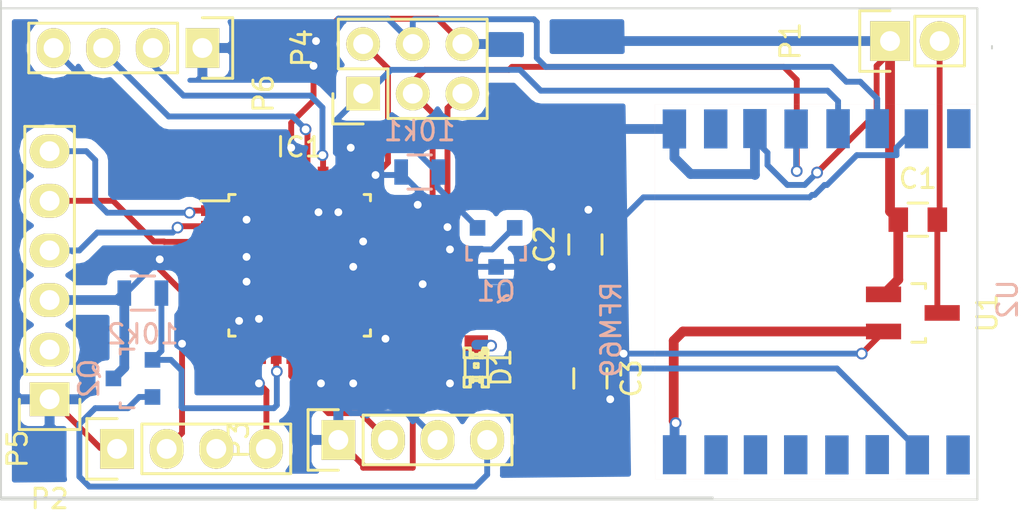
<source format=kicad_pcb>
(kicad_pcb (version 4) (host pcbnew "(after 2015-may-25 BZR unknown)-product")

  (general
    (links 53)
    (no_connects 4)
    (area 35.052 32.893 88.392 59.436)
    (thickness 1.6)
    (drawings 6)
    (tracks 393)
    (zones 0)
    (modules 17)
    (nets 39)
  )

  (page A4)
  (layers
    (0 F.Cu signal)
    (31 B.Cu signal)
    (32 B.Adhes user)
    (33 F.Adhes user)
    (34 B.Paste user)
    (35 F.Paste user)
    (36 B.SilkS user)
    (37 F.SilkS user)
    (38 B.Mask user)
    (39 F.Mask user)
    (40 Dwgs.User user)
    (41 Cmts.User user)
    (42 Eco1.User user)
    (43 Eco2.User user)
    (44 Edge.Cuts user)
    (45 Margin user)
    (46 B.CrtYd user)
    (47 F.CrtYd user)
    (48 B.Fab user)
    (49 F.Fab user)
  )

  (setup
    (last_trace_width 0.3)
    (trace_clearance 0.2)
    (zone_clearance 0.508)
    (zone_45_only no)
    (trace_min 0.2)
    (segment_width 0.2)
    (edge_width 0.1)
    (via_size 0.6)
    (via_drill 0.4)
    (via_min_size 0.4)
    (via_min_drill 0.3)
    (uvia_size 0.3)
    (uvia_drill 0.1)
    (uvias_allowed no)
    (uvia_min_size 0.2)
    (uvia_min_drill 0.1)
    (pcb_text_width 0.3)
    (pcb_text_size 1.5 1.5)
    (mod_edge_width 0.15)
    (mod_text_size 1 1)
    (mod_text_width 0.15)
    (pad_size 1.5 1.5)
    (pad_drill 0.6)
    (pad_to_mask_clearance 0)
    (aux_axis_origin 0 0)
    (visible_elements FFFFFF7F)
    (pcbplotparams
      (layerselection 0x00030_80000001)
      (usegerberextensions false)
      (excludeedgelayer true)
      (linewidth 0.100000)
      (plotframeref false)
      (viasonmask false)
      (mode 1)
      (useauxorigin false)
      (hpglpennumber 1)
      (hpglpenspeed 20)
      (hpglpendiameter 15)
      (hpglpenoverlay 2)
      (psnegative false)
      (psa4output false)
      (plotreference true)
      (plotvalue true)
      (plotinvisibletext false)
      (padsonsilk false)
      (subtractmaskfromsilk false)
      (outputformat 4)
      (mirror false)
      (drillshape 0)
      (scaleselection 1)
      (outputdirectory ""))
  )

  (net 0 "")
  (net 1 GND)
  (net 2 "Net-(C1-Pad2)")
  (net 3 +3V3)
  (net 4 "Net-(IC1-Pad1)")
  (net 5 "Net-(IC1-Pad2)")
  (net 6 "Net-(IC1-Pad3)")
  (net 7 "Net-(IC1-Pad4)")
  (net 8 "Net-(IC1-Pad5)")
  (net 9 "Net-(IC1-Pad6)")
  (net 10 "Net-(IC1-Pad9)")
  (net 11 "Net-(IC1-Pad10)")
  (net 12 "Net-(IC1-Pad12)")
  (net 13 "Net-(IC1-Pad13)")
  (net 14 "Net-(IC1-Pad14)")
  (net 15 "Net-(IC1-Pad16)")
  (net 16 "Net-(IC1-Pad17)")
  (net 17 "Net-(IC1-Pad18)")
  (net 18 "Net-(IC1-Pad19)")
  (net 19 "Net-(IC1-Pad20)")
  (net 20 "Net-(IC1-Pad23)")
  (net 21 "Net-(IC1-Pad24)")
  (net 22 "Net-(IC1-Pad25)")
  (net 23 "Net-(IC1-Pad27)")
  (net 24 "Net-(IC1-Pad28)")
  (net 25 "Net-(P2-Pad2)")
  (net 26 "Net-(U2-Pad1)")
  (net 27 "Net-(U2-Pad3)")
  (net 28 "Net-(U2-Pad4)")
  (net 29 "Net-(U2-Pad5)")
  (net 30 "Net-(U2-Pad6)")
  (net 31 "Net-(U2-Pad7)")
  (net 32 "Net-(U2-Pad10)")
  (net 33 "Net-(U2-Pad16)")
  (net 34 /I2Cpower)
  (net 35 "Net-(10k2-Pad2)")
  (net 36 "Net-(D1-Pad2)")
  (net 37 "Net-(P3-Pad4)")
  (net 38 "Net-(P4-Pad4)")

  (net_class Default "This is the default net class."
    (clearance 0.2)
    (trace_width 0.3)
    (via_dia 0.6)
    (via_drill 0.4)
    (uvia_dia 0.3)
    (uvia_drill 0.1)
    (add_net /I2Cpower)
    (add_net "Net-(10k2-Pad2)")
    (add_net "Net-(C1-Pad2)")
    (add_net "Net-(D1-Pad2)")
    (add_net "Net-(IC1-Pad1)")
    (add_net "Net-(IC1-Pad10)")
    (add_net "Net-(IC1-Pad12)")
    (add_net "Net-(IC1-Pad13)")
    (add_net "Net-(IC1-Pad14)")
    (add_net "Net-(IC1-Pad16)")
    (add_net "Net-(IC1-Pad17)")
    (add_net "Net-(IC1-Pad18)")
    (add_net "Net-(IC1-Pad19)")
    (add_net "Net-(IC1-Pad2)")
    (add_net "Net-(IC1-Pad20)")
    (add_net "Net-(IC1-Pad23)")
    (add_net "Net-(IC1-Pad24)")
    (add_net "Net-(IC1-Pad25)")
    (add_net "Net-(IC1-Pad27)")
    (add_net "Net-(IC1-Pad28)")
    (add_net "Net-(IC1-Pad3)")
    (add_net "Net-(IC1-Pad4)")
    (add_net "Net-(IC1-Pad5)")
    (add_net "Net-(IC1-Pad6)")
    (add_net "Net-(IC1-Pad9)")
    (add_net "Net-(P2-Pad2)")
    (add_net "Net-(P3-Pad4)")
    (add_net "Net-(P4-Pad4)")
    (add_net "Net-(U2-Pad1)")
    (add_net "Net-(U2-Pad10)")
    (add_net "Net-(U2-Pad16)")
    (add_net "Net-(U2-Pad3)")
    (add_net "Net-(U2-Pad4)")
    (add_net "Net-(U2-Pad5)")
    (add_net "Net-(U2-Pad6)")
    (add_net "Net-(U2-Pad7)")
  )

  (net_class Power ""
    (clearance 0.2)
    (trace_width 0.5)
    (via_dia 0.6)
    (via_drill 0.4)
    (uvia_dia 0.3)
    (uvia_drill 0.1)
    (add_net +3V3)
    (add_net GND)
  )

  (module Resistors_SMD:R_0805 (layer B.Cu) (tedit 5415CDEB) (tstamp 55878A09)
    (at 56.9976 41.7576 180)
    (descr "Resistor SMD 0805, reflow soldering, Vishay (see dcrcw.pdf)")
    (tags "resistor 0805")
    (path /5587A470)
    (attr smd)
    (fp_text reference 10k1 (at 0 2.1 180) (layer B.SilkS)
      (effects (font (size 1 1) (thickness 0.15)) (justify mirror))
    )
    (fp_text value R (at 0 -2.1 180) (layer B.Fab)
      (effects (font (size 1 1) (thickness 0.15)) (justify mirror))
    )
    (fp_line (start -1.6 1) (end 1.6 1) (layer B.CrtYd) (width 0.05))
    (fp_line (start -1.6 -1) (end 1.6 -1) (layer B.CrtYd) (width 0.05))
    (fp_line (start -1.6 1) (end -1.6 -1) (layer B.CrtYd) (width 0.05))
    (fp_line (start 1.6 1) (end 1.6 -1) (layer B.CrtYd) (width 0.05))
    (fp_line (start 0.6 -0.875) (end -0.6 -0.875) (layer B.SilkS) (width 0.15))
    (fp_line (start -0.6 0.875) (end 0.6 0.875) (layer B.SilkS) (width 0.15))
    (pad 1 smd rect (at -0.95 0 180) (size 0.7 1.3) (layers B.Cu B.Paste B.Mask)
      (net 34 /I2Cpower))
    (pad 2 smd rect (at 0.95 0 180) (size 0.7 1.3) (layers B.Cu B.Paste B.Mask)
      (net 3 +3V3))
    (model Resistors_SMD.3dshapes/R_0805.wrl
      (at (xyz 0 0 0))
      (scale (xyz 1 1 1))
      (rotate (xyz 0 0 0))
    )
  )

  (module Resistors_SMD:R_0805 (layer B.Cu) (tedit 5415CDEB) (tstamp 55878A0F)
    (at 42.8244 47.9552)
    (descr "Resistor SMD 0805, reflow soldering, Vishay (see dcrcw.pdf)")
    (tags "resistor 0805")
    (path /55878601)
    (attr smd)
    (fp_text reference 10k2 (at 0 2.1) (layer B.SilkS)
      (effects (font (size 1 1) (thickness 0.15)) (justify mirror))
    )
    (fp_text value R (at 0 -2.1) (layer B.Fab)
      (effects (font (size 1 1) (thickness 0.15)) (justify mirror))
    )
    (fp_line (start -1.6 1) (end 1.6 1) (layer B.CrtYd) (width 0.05))
    (fp_line (start -1.6 -1) (end 1.6 -1) (layer B.CrtYd) (width 0.05))
    (fp_line (start -1.6 1) (end -1.6 -1) (layer B.CrtYd) (width 0.05))
    (fp_line (start 1.6 1) (end 1.6 -1) (layer B.CrtYd) (width 0.05))
    (fp_line (start 0.6 -0.875) (end -0.6 -0.875) (layer B.SilkS) (width 0.15))
    (fp_line (start -0.6 0.875) (end 0.6 0.875) (layer B.SilkS) (width 0.15))
    (pad 1 smd rect (at -0.95 0) (size 0.7 1.3) (layers B.Cu B.Paste B.Mask)
      (net 3 +3V3))
    (pad 2 smd rect (at 0.95 0) (size 0.7 1.3) (layers B.Cu B.Paste B.Mask)
      (net 35 "Net-(10k2-Pad2)"))
    (model Resistors_SMD.3dshapes/R_0805.wrl
      (at (xyz 0 0 0))
      (scale (xyz 1 1 1))
      (rotate (xyz 0 0 0))
    )
  )

  (module Capacitors_SMD:C_0805 (layer F.Cu) (tedit 5415D6EA) (tstamp 55878A15)
    (at 82.4992 44.196)
    (descr "Capacitor SMD 0805, reflow soldering, AVX (see smccp.pdf)")
    (tags "capacitor 0805")
    (path /55825859)
    (attr smd)
    (fp_text reference C1 (at 0 -2.1) (layer F.SilkS)
      (effects (font (size 1 1) (thickness 0.15)))
    )
    (fp_text value C_Small (at 0 2.1) (layer F.Fab)
      (effects (font (size 1 1) (thickness 0.15)))
    )
    (fp_line (start -1.8 -1) (end 1.8 -1) (layer F.CrtYd) (width 0.05))
    (fp_line (start -1.8 1) (end 1.8 1) (layer F.CrtYd) (width 0.05))
    (fp_line (start -1.8 -1) (end -1.8 1) (layer F.CrtYd) (width 0.05))
    (fp_line (start 1.8 -1) (end 1.8 1) (layer F.CrtYd) (width 0.05))
    (fp_line (start 0.5 -0.85) (end -0.5 -0.85) (layer F.SilkS) (width 0.15))
    (fp_line (start -0.5 0.85) (end 0.5 0.85) (layer F.SilkS) (width 0.15))
    (pad 1 smd rect (at -1 0) (size 1 1.25) (layers F.Cu F.Paste F.Mask)
      (net 1 GND))
    (pad 2 smd rect (at 1 0) (size 1 1.25) (layers F.Cu F.Paste F.Mask)
      (net 2 "Net-(C1-Pad2)"))
    (model Capacitors_SMD.3dshapes/C_0805.wrl
      (at (xyz 0 0 0))
      (scale (xyz 1 1 1))
      (rotate (xyz 0 0 0))
    )
  )

  (module Capacitors_SMD:C_0805 (layer F.Cu) (tedit 5415D6EA) (tstamp 55878A1B)
    (at 65.4812 45.466 90)
    (descr "Capacitor SMD 0805, reflow soldering, AVX (see smccp.pdf)")
    (tags "capacitor 0805")
    (path /5582596A)
    (attr smd)
    (fp_text reference C2 (at 0 -2.1 90) (layer F.SilkS)
      (effects (font (size 1 1) (thickness 0.15)))
    )
    (fp_text value C_Small (at 0 2.1 90) (layer F.Fab)
      (effects (font (size 1 1) (thickness 0.15)))
    )
    (fp_line (start -1.8 -1) (end 1.8 -1) (layer F.CrtYd) (width 0.05))
    (fp_line (start -1.8 1) (end 1.8 1) (layer F.CrtYd) (width 0.05))
    (fp_line (start -1.8 -1) (end -1.8 1) (layer F.CrtYd) (width 0.05))
    (fp_line (start 1.8 -1) (end 1.8 1) (layer F.CrtYd) (width 0.05))
    (fp_line (start 0.5 -0.85) (end -0.5 -0.85) (layer F.SilkS) (width 0.15))
    (fp_line (start -0.5 0.85) (end 0.5 0.85) (layer F.SilkS) (width 0.15))
    (pad 1 smd rect (at -1 0 90) (size 1 1.25) (layers F.Cu F.Paste F.Mask)
      (net 3 +3V3))
    (pad 2 smd rect (at 1 0 90) (size 1 1.25) (layers F.Cu F.Paste F.Mask)
      (net 1 GND))
    (model Capacitors_SMD.3dshapes/C_0805.wrl
      (at (xyz 0 0 0))
      (scale (xyz 1 1 1))
      (rotate (xyz 0 0 0))
    )
  )

  (module Capacitors_SMD:C_0805 (layer F.Cu) (tedit 5415D6EA) (tstamp 55878A21)
    (at 65.7352 52.324 270)
    (descr "Capacitor SMD 0805, reflow soldering, AVX (see smccp.pdf)")
    (tags "capacitor 0805")
    (path /55825D8B)
    (attr smd)
    (fp_text reference C3 (at 0 -2.1 270) (layer F.SilkS)
      (effects (font (size 1 1) (thickness 0.15)))
    )
    (fp_text value C_Small (at 0 2.1 270) (layer F.Fab)
      (effects (font (size 1 1) (thickness 0.15)))
    )
    (fp_line (start -1.8 -1) (end 1.8 -1) (layer F.CrtYd) (width 0.05))
    (fp_line (start -1.8 1) (end 1.8 1) (layer F.CrtYd) (width 0.05))
    (fp_line (start -1.8 -1) (end -1.8 1) (layer F.CrtYd) (width 0.05))
    (fp_line (start 1.8 -1) (end 1.8 1) (layer F.CrtYd) (width 0.05))
    (fp_line (start 0.5 -0.85) (end -0.5 -0.85) (layer F.SilkS) (width 0.15))
    (fp_line (start -0.5 0.85) (end 0.5 0.85) (layer F.SilkS) (width 0.15))
    (pad 1 smd rect (at -1 0 270) (size 1 1.25) (layers F.Cu F.Paste F.Mask)
      (net 3 +3V3))
    (pad 2 smd rect (at 1 0 270) (size 1 1.25) (layers F.Cu F.Paste F.Mask)
      (net 1 GND))
    (model Capacitors_SMD.3dshapes/C_0805.wrl
      (at (xyz 0 0 0))
      (scale (xyz 1 1 1))
      (rotate (xyz 0 0 0))
    )
  )

  (module LEDs:LED-0805 (layer F.Cu) (tedit 5538B1C2) (tstamp 55878A27)
    (at 59.8932 51.7652 270)
    (descr "LED 0805 smd package")
    (tags "LED 0805 SMD")
    (path /5587C558)
    (attr smd)
    (fp_text reference D1 (at 0 -1.27 270) (layer F.SilkS)
      (effects (font (size 1 1) (thickness 0.15)))
    )
    (fp_text value LED (at 0 1.27 270) (layer F.Fab)
      (effects (font (size 1 1) (thickness 0.15)))
    )
    (fp_line (start -0.49784 0.29972) (end -0.49784 0.62484) (layer F.SilkS) (width 0.15))
    (fp_line (start -0.49784 0.62484) (end -0.99822 0.62484) (layer F.SilkS) (width 0.15))
    (fp_line (start -0.99822 0.29972) (end -0.99822 0.62484) (layer F.SilkS) (width 0.15))
    (fp_line (start -0.49784 0.29972) (end -0.99822 0.29972) (layer F.SilkS) (width 0.15))
    (fp_line (start -0.49784 -0.32258) (end -0.49784 -0.17272) (layer F.SilkS) (width 0.15))
    (fp_line (start -0.49784 -0.17272) (end -0.7493 -0.17272) (layer F.SilkS) (width 0.15))
    (fp_line (start -0.7493 -0.32258) (end -0.7493 -0.17272) (layer F.SilkS) (width 0.15))
    (fp_line (start -0.49784 -0.32258) (end -0.7493 -0.32258) (layer F.SilkS) (width 0.15))
    (fp_line (start -0.49784 0.17272) (end -0.49784 0.32258) (layer F.SilkS) (width 0.15))
    (fp_line (start -0.49784 0.32258) (end -0.7493 0.32258) (layer F.SilkS) (width 0.15))
    (fp_line (start -0.7493 0.17272) (end -0.7493 0.32258) (layer F.SilkS) (width 0.15))
    (fp_line (start -0.49784 0.17272) (end -0.7493 0.17272) (layer F.SilkS) (width 0.15))
    (fp_line (start -0.49784 -0.19812) (end -0.49784 0.19812) (layer F.SilkS) (width 0.15))
    (fp_line (start -0.49784 0.19812) (end -0.6731 0.19812) (layer F.SilkS) (width 0.15))
    (fp_line (start -0.6731 -0.19812) (end -0.6731 0.19812) (layer F.SilkS) (width 0.15))
    (fp_line (start -0.49784 -0.19812) (end -0.6731 -0.19812) (layer F.SilkS) (width 0.15))
    (fp_line (start 0.99822 0.29972) (end 0.99822 0.62484) (layer F.SilkS) (width 0.15))
    (fp_line (start 0.99822 0.62484) (end 0.49784 0.62484) (layer F.SilkS) (width 0.15))
    (fp_line (start 0.49784 0.29972) (end 0.49784 0.62484) (layer F.SilkS) (width 0.15))
    (fp_line (start 0.99822 0.29972) (end 0.49784 0.29972) (layer F.SilkS) (width 0.15))
    (fp_line (start 0.99822 -0.62484) (end 0.99822 -0.29972) (layer F.SilkS) (width 0.15))
    (fp_line (start 0.99822 -0.29972) (end 0.49784 -0.29972) (layer F.SilkS) (width 0.15))
    (fp_line (start 0.49784 -0.62484) (end 0.49784 -0.29972) (layer F.SilkS) (width 0.15))
    (fp_line (start 0.99822 -0.62484) (end 0.49784 -0.62484) (layer F.SilkS) (width 0.15))
    (fp_line (start 0.7493 0.17272) (end 0.7493 0.32258) (layer F.SilkS) (width 0.15))
    (fp_line (start 0.7493 0.32258) (end 0.49784 0.32258) (layer F.SilkS) (width 0.15))
    (fp_line (start 0.49784 0.17272) (end 0.49784 0.32258) (layer F.SilkS) (width 0.15))
    (fp_line (start 0.7493 0.17272) (end 0.49784 0.17272) (layer F.SilkS) (width 0.15))
    (fp_line (start 0.7493 -0.32258) (end 0.7493 -0.17272) (layer F.SilkS) (width 0.15))
    (fp_line (start 0.7493 -0.17272) (end 0.49784 -0.17272) (layer F.SilkS) (width 0.15))
    (fp_line (start 0.49784 -0.32258) (end 0.49784 -0.17272) (layer F.SilkS) (width 0.15))
    (fp_line (start 0.7493 -0.32258) (end 0.49784 -0.32258) (layer F.SilkS) (width 0.15))
    (fp_line (start 0.6731 -0.19812) (end 0.6731 0.19812) (layer F.SilkS) (width 0.15))
    (fp_line (start 0.6731 0.19812) (end 0.49784 0.19812) (layer F.SilkS) (width 0.15))
    (fp_line (start 0.49784 -0.19812) (end 0.49784 0.19812) (layer F.SilkS) (width 0.15))
    (fp_line (start 0.6731 -0.19812) (end 0.49784 -0.19812) (layer F.SilkS) (width 0.15))
    (fp_line (start 0 -0.09906) (end 0 0.09906) (layer F.SilkS) (width 0.15))
    (fp_line (start 0 0.09906) (end -0.19812 0.09906) (layer F.SilkS) (width 0.15))
    (fp_line (start -0.19812 -0.09906) (end -0.19812 0.09906) (layer F.SilkS) (width 0.15))
    (fp_line (start 0 -0.09906) (end -0.19812 -0.09906) (layer F.SilkS) (width 0.15))
    (fp_line (start -0.49784 -0.59944) (end -0.49784 -0.29972) (layer F.SilkS) (width 0.15))
    (fp_line (start -0.49784 -0.29972) (end -0.79756 -0.29972) (layer F.SilkS) (width 0.15))
    (fp_line (start -0.79756 -0.59944) (end -0.79756 -0.29972) (layer F.SilkS) (width 0.15))
    (fp_line (start -0.49784 -0.59944) (end -0.79756 -0.59944) (layer F.SilkS) (width 0.15))
    (fp_line (start -0.92456 -0.62484) (end -0.92456 -0.39878) (layer F.SilkS) (width 0.15))
    (fp_line (start -0.92456 -0.39878) (end -0.99822 -0.39878) (layer F.SilkS) (width 0.15))
    (fp_line (start -0.99822 -0.62484) (end -0.99822 -0.39878) (layer F.SilkS) (width 0.15))
    (fp_line (start -0.92456 -0.62484) (end -0.99822 -0.62484) (layer F.SilkS) (width 0.15))
    (fp_line (start -0.52324 0.57404) (end 0.52324 0.57404) (layer F.SilkS) (width 0.15))
    (fp_line (start 0.49784 -0.57404) (end -0.92456 -0.57404) (layer F.SilkS) (width 0.15))
    (fp_circle (center -0.84836 -0.44958) (end -0.89916 -0.50038) (layer F.SilkS) (width 0.15))
    (fp_arc (start -0.99822 0) (end -0.99822 0.34798) (angle -180) (layer F.SilkS) (width 0.15))
    (fp_arc (start 0.99822 0) (end 0.99822 -0.34798) (angle -180) (layer F.SilkS) (width 0.15))
    (pad 2 smd rect (at 1.04902 0 90) (size 1.19888 1.19888) (layers F.Cu F.Paste F.Mask)
      (net 36 "Net-(D1-Pad2)"))
    (pad 1 smd rect (at -1.04902 0 90) (size 1.19888 1.19888) (layers F.Cu F.Paste F.Mask)
      (net 1 GND))
  )

  (module Housings_QFP:TQFP-32_7x7mm_Pitch0.8mm (layer F.Cu) (tedit 54130A77) (tstamp 55878A4B)
    (at 50.8508 46.5328)
    (descr "32-Lead Plastic Thin Quad Flatpack (PT) - 7x7x1.0 mm Body, 2.00 mm [TQFP] (see Microchip Packaging Specification 00000049BS.pdf)")
    (tags "QFP 0.8")
    (path /55825724)
    (attr smd)
    (fp_text reference IC1 (at 0 -6.05) (layer F.SilkS)
      (effects (font (size 1 1) (thickness 0.15)))
    )
    (fp_text value ATMEGA328-P (at 0 6.05) (layer F.Fab)
      (effects (font (size 1 1) (thickness 0.15)))
    )
    (fp_line (start -5.3 -5.3) (end -5.3 5.3) (layer F.CrtYd) (width 0.05))
    (fp_line (start 5.3 -5.3) (end 5.3 5.3) (layer F.CrtYd) (width 0.05))
    (fp_line (start -5.3 -5.3) (end 5.3 -5.3) (layer F.CrtYd) (width 0.05))
    (fp_line (start -5.3 5.3) (end 5.3 5.3) (layer F.CrtYd) (width 0.05))
    (fp_line (start -3.625 -3.625) (end -3.625 -3.3) (layer F.SilkS) (width 0.15))
    (fp_line (start 3.625 -3.625) (end 3.625 -3.3) (layer F.SilkS) (width 0.15))
    (fp_line (start 3.625 3.625) (end 3.625 3.3) (layer F.SilkS) (width 0.15))
    (fp_line (start -3.625 3.625) (end -3.625 3.3) (layer F.SilkS) (width 0.15))
    (fp_line (start -3.625 -3.625) (end -3.3 -3.625) (layer F.SilkS) (width 0.15))
    (fp_line (start -3.625 3.625) (end -3.3 3.625) (layer F.SilkS) (width 0.15))
    (fp_line (start 3.625 3.625) (end 3.3 3.625) (layer F.SilkS) (width 0.15))
    (fp_line (start 3.625 -3.625) (end 3.3 -3.625) (layer F.SilkS) (width 0.15))
    (fp_line (start -3.625 -3.3) (end -5.05 -3.3) (layer F.SilkS) (width 0.15))
    (pad 1 smd rect (at -4.25 -2.8) (size 1.6 0.55) (layers F.Cu F.Paste F.Mask)
      (net 4 "Net-(IC1-Pad1)"))
    (pad 2 smd rect (at -4.25 -2) (size 1.6 0.55) (layers F.Cu F.Paste F.Mask)
      (net 5 "Net-(IC1-Pad2)"))
    (pad 3 smd rect (at -4.25 -1.2) (size 1.6 0.55) (layers F.Cu F.Paste F.Mask)
      (net 6 "Net-(IC1-Pad3)"))
    (pad 4 smd rect (at -4.25 -0.4) (size 1.6 0.55) (layers F.Cu F.Paste F.Mask)
      (net 7 "Net-(IC1-Pad4)"))
    (pad 5 smd rect (at -4.25 0.4) (size 1.6 0.55) (layers F.Cu F.Paste F.Mask)
      (net 8 "Net-(IC1-Pad5)"))
    (pad 6 smd rect (at -4.25 1.2) (size 1.6 0.55) (layers F.Cu F.Paste F.Mask)
      (net 9 "Net-(IC1-Pad6)"))
    (pad 7 smd rect (at -4.25 2) (size 1.6 0.55) (layers F.Cu F.Paste F.Mask)
      (net 3 +3V3))
    (pad 8 smd rect (at -4.25 2.8) (size 1.6 0.55) (layers F.Cu F.Paste F.Mask)
      (net 1 GND))
    (pad 9 smd rect (at -2.8 4.25 90) (size 1.6 0.55) (layers F.Cu F.Paste F.Mask)
      (net 10 "Net-(IC1-Pad9)"))
    (pad 10 smd rect (at -2 4.25 90) (size 1.6 0.55) (layers F.Cu F.Paste F.Mask)
      (net 11 "Net-(IC1-Pad10)"))
    (pad 11 smd rect (at -1.2 4.25 90) (size 1.6 0.55) (layers F.Cu F.Paste F.Mask)
      (net 35 "Net-(10k2-Pad2)"))
    (pad 12 smd rect (at -0.4 4.25 90) (size 1.6 0.55) (layers F.Cu F.Paste F.Mask)
      (net 12 "Net-(IC1-Pad12)"))
    (pad 13 smd rect (at 0.4 4.25 90) (size 1.6 0.55) (layers F.Cu F.Paste F.Mask)
      (net 13 "Net-(IC1-Pad13)"))
    (pad 14 smd rect (at 1.2 4.25 90) (size 1.6 0.55) (layers F.Cu F.Paste F.Mask)
      (net 14 "Net-(IC1-Pad14)"))
    (pad 15 smd rect (at 2 4.25 90) (size 1.6 0.55) (layers F.Cu F.Paste F.Mask)
      (net 36 "Net-(D1-Pad2)"))
    (pad 16 smd rect (at 2.8 4.25 90) (size 1.6 0.55) (layers F.Cu F.Paste F.Mask)
      (net 15 "Net-(IC1-Pad16)"))
    (pad 17 smd rect (at 4.25 2.8) (size 1.6 0.55) (layers F.Cu F.Paste F.Mask)
      (net 16 "Net-(IC1-Pad17)"))
    (pad 18 smd rect (at 4.25 2) (size 1.6 0.55) (layers F.Cu F.Paste F.Mask)
      (net 17 "Net-(IC1-Pad18)"))
    (pad 19 smd rect (at 4.25 1.2) (size 1.6 0.55) (layers F.Cu F.Paste F.Mask)
      (net 18 "Net-(IC1-Pad19)"))
    (pad 20 smd rect (at 4.25 0.4) (size 1.6 0.55) (layers F.Cu F.Paste F.Mask)
      (net 19 "Net-(IC1-Pad20)"))
    (pad 21 smd rect (at 4.25 -0.4) (size 1.6 0.55) (layers F.Cu F.Paste F.Mask)
      (net 3 +3V3))
    (pad 22 smd rect (at 4.25 -1.2) (size 1.6 0.55) (layers F.Cu F.Paste F.Mask)
      (net 1 GND))
    (pad 23 smd rect (at 4.25 -2) (size 1.6 0.55) (layers F.Cu F.Paste F.Mask)
      (net 20 "Net-(IC1-Pad23)"))
    (pad 24 smd rect (at 4.25 -2.8) (size 1.6 0.55) (layers F.Cu F.Paste F.Mask)
      (net 21 "Net-(IC1-Pad24)"))
    (pad 25 smd rect (at 2.8 -4.25 90) (size 1.6 0.55) (layers F.Cu F.Paste F.Mask)
      (net 22 "Net-(IC1-Pad25)"))
    (pad 26 smd rect (at 2 -4.25 90) (size 1.6 0.55) (layers F.Cu F.Paste F.Mask)
      (net 34 /I2Cpower))
    (pad 27 smd rect (at 1.2 -4.25 90) (size 1.6 0.55) (layers F.Cu F.Paste F.Mask)
      (net 23 "Net-(IC1-Pad27)"))
    (pad 28 smd rect (at 0.4 -4.25 90) (size 1.6 0.55) (layers F.Cu F.Paste F.Mask)
      (net 24 "Net-(IC1-Pad28)"))
    (pad 29 smd rect (at -0.4 -4.25 90) (size 1.6 0.55) (layers F.Cu F.Paste F.Mask))
    (pad 30 smd rect (at -1.2 -4.25 90) (size 1.6 0.55) (layers F.Cu F.Paste F.Mask))
    (pad 31 smd rect (at -2 -4.25 90) (size 1.6 0.55) (layers F.Cu F.Paste F.Mask))
    (pad 32 smd rect (at -2.8 -4.25 90) (size 1.6 0.55) (layers F.Cu F.Paste F.Mask))
    (model Housings_QFP.3dshapes/TQFP-32_7x7mm_Pitch0.8mm.wrl
      (at (xyz 0 0 0))
      (scale (xyz 1 1 1))
      (rotate (xyz 0 0 0))
    )
  )

  (module Pin_Headers:Pin_Header_Straight_1x02 (layer F.Cu) (tedit 54EA090C) (tstamp 55878A51)
    (at 81.0768 35.052 90)
    (descr "Through hole pin header")
    (tags "pin header")
    (path /5586F8A8)
    (fp_text reference P1 (at 0 -5.1 90) (layer F.SilkS)
      (effects (font (size 1 1) (thickness 0.15)))
    )
    (fp_text value Vin (at 0 -3.1 90) (layer F.Fab)
      (effects (font (size 1 1) (thickness 0.15)))
    )
    (fp_line (start 1.27 1.27) (end 1.27 3.81) (layer F.SilkS) (width 0.15))
    (fp_line (start 1.55 -1.55) (end 1.55 0) (layer F.SilkS) (width 0.15))
    (fp_line (start -1.75 -1.75) (end -1.75 4.3) (layer F.CrtYd) (width 0.05))
    (fp_line (start 1.75 -1.75) (end 1.75 4.3) (layer F.CrtYd) (width 0.05))
    (fp_line (start -1.75 -1.75) (end 1.75 -1.75) (layer F.CrtYd) (width 0.05))
    (fp_line (start -1.75 4.3) (end 1.75 4.3) (layer F.CrtYd) (width 0.05))
    (fp_line (start 1.27 1.27) (end -1.27 1.27) (layer F.SilkS) (width 0.15))
    (fp_line (start -1.55 0) (end -1.55 -1.55) (layer F.SilkS) (width 0.15))
    (fp_line (start -1.55 -1.55) (end 1.55 -1.55) (layer F.SilkS) (width 0.15))
    (fp_line (start -1.27 1.27) (end -1.27 3.81) (layer F.SilkS) (width 0.15))
    (fp_line (start -1.27 3.81) (end 1.27 3.81) (layer F.SilkS) (width 0.15))
    (pad 1 thru_hole rect (at 0 0 90) (size 2.032 2.032) (drill 1.016) (layers *.Cu *.Mask F.SilkS)
      (net 1 GND))
    (pad 2 thru_hole oval (at 0 2.54 90) (size 2.032 2.032) (drill 1.016) (layers *.Cu *.Mask F.SilkS)
      (net 2 "Net-(C1-Pad2)"))
    (model Pin_Headers.3dshapes/Pin_Header_Straight_1x02.wrl
      (at (xyz 0 -0.05 0))
      (scale (xyz 1 1 1))
      (rotate (xyz 0 0 90))
    )
  )

  (module Pin_Headers:Pin_Header_Straight_1x06 (layer F.Cu) (tedit 0) (tstamp 55878A5B)
    (at 38.0492 53.3908 180)
    (descr "Through hole pin header")
    (tags "pin header")
    (path /55827F76)
    (fp_text reference P2 (at 0 -5.1 180) (layer F.SilkS)
      (effects (font (size 1 1) (thickness 0.15)))
    )
    (fp_text value ISP (at 0 -3.1 180) (layer F.Fab)
      (effects (font (size 1 1) (thickness 0.15)))
    )
    (fp_line (start -1.75 -1.75) (end -1.75 14.45) (layer F.CrtYd) (width 0.05))
    (fp_line (start 1.75 -1.75) (end 1.75 14.45) (layer F.CrtYd) (width 0.05))
    (fp_line (start -1.75 -1.75) (end 1.75 -1.75) (layer F.CrtYd) (width 0.05))
    (fp_line (start -1.75 14.45) (end 1.75 14.45) (layer F.CrtYd) (width 0.05))
    (fp_line (start 1.27 1.27) (end 1.27 13.97) (layer F.SilkS) (width 0.15))
    (fp_line (start 1.27 13.97) (end -1.27 13.97) (layer F.SilkS) (width 0.15))
    (fp_line (start -1.27 13.97) (end -1.27 1.27) (layer F.SilkS) (width 0.15))
    (fp_line (start 1.55 -1.55) (end 1.55 0) (layer F.SilkS) (width 0.15))
    (fp_line (start 1.27 1.27) (end -1.27 1.27) (layer F.SilkS) (width 0.15))
    (fp_line (start -1.55 0) (end -1.55 -1.55) (layer F.SilkS) (width 0.15))
    (fp_line (start -1.55 -1.55) (end 1.55 -1.55) (layer F.SilkS) (width 0.15))
    (pad 1 thru_hole rect (at 0 0 180) (size 2.032 1.7272) (drill 1.016) (layers *.Cu *.Mask F.SilkS)
      (net 1 GND))
    (pad 2 thru_hole oval (at 0 2.54 180) (size 2.032 1.7272) (drill 1.016) (layers *.Cu *.Mask F.SilkS)
      (net 25 "Net-(P2-Pad2)"))
    (pad 3 thru_hole oval (at 0 5.08 180) (size 2.032 1.7272) (drill 1.016) (layers *.Cu *.Mask F.SilkS)
      (net 3 +3V3))
    (pad 4 thru_hole oval (at 0 7.62 180) (size 2.032 1.7272) (drill 1.016) (layers *.Cu *.Mask F.SilkS)
      (net 5 "Net-(IC1-Pad2)"))
    (pad 5 thru_hole oval (at 0 10.16 180) (size 2.032 1.7272) (drill 1.016) (layers *.Cu *.Mask F.SilkS)
      (net 6 "Net-(IC1-Pad3)"))
    (pad 6 thru_hole oval (at 0 12.7 180) (size 2.032 1.7272) (drill 1.016) (layers *.Cu *.Mask F.SilkS)
      (net 4 "Net-(IC1-Pad1)"))
    (model Pin_Headers.3dshapes/Pin_Header_Straight_1x06.wrl
      (at (xyz 0 -0.25 0))
      (scale (xyz 1 1 1))
      (rotate (xyz 0 0 90))
    )
  )

  (module Pin_Headers:Pin_Header_Straight_1x04 (layer F.Cu) (tedit 0) (tstamp 55878A63)
    (at 52.832 55.4736 90)
    (descr "Through hole pin header")
    (tags "pin header")
    (path /558259D1)
    (fp_text reference P3 (at 0 -5.1 90) (layer F.SilkS)
      (effects (font (size 1 1) (thickness 0.15)))
    )
    (fp_text value sonar (at 0 -3.1 90) (layer F.Fab)
      (effects (font (size 1 1) (thickness 0.15)))
    )
    (fp_line (start -1.75 -1.75) (end -1.75 9.4) (layer F.CrtYd) (width 0.05))
    (fp_line (start 1.75 -1.75) (end 1.75 9.4) (layer F.CrtYd) (width 0.05))
    (fp_line (start -1.75 -1.75) (end 1.75 -1.75) (layer F.CrtYd) (width 0.05))
    (fp_line (start -1.75 9.4) (end 1.75 9.4) (layer F.CrtYd) (width 0.05))
    (fp_line (start -1.27 1.27) (end -1.27 8.89) (layer F.SilkS) (width 0.15))
    (fp_line (start 1.27 1.27) (end 1.27 8.89) (layer F.SilkS) (width 0.15))
    (fp_line (start 1.55 -1.55) (end 1.55 0) (layer F.SilkS) (width 0.15))
    (fp_line (start -1.27 8.89) (end 1.27 8.89) (layer F.SilkS) (width 0.15))
    (fp_line (start 1.27 1.27) (end -1.27 1.27) (layer F.SilkS) (width 0.15))
    (fp_line (start -1.55 0) (end -1.55 -1.55) (layer F.SilkS) (width 0.15))
    (fp_line (start -1.55 -1.55) (end 1.55 -1.55) (layer F.SilkS) (width 0.15))
    (pad 1 thru_hole rect (at 0 0 90) (size 2.032 1.7272) (drill 1.016) (layers *.Cu *.Mask F.SilkS)
      (net 1 GND))
    (pad 2 thru_hole oval (at 0 2.54 90) (size 2.032 1.7272) (drill 1.016) (layers *.Cu *.Mask F.SilkS)
      (net 12 "Net-(IC1-Pad12)"))
    (pad 3 thru_hole oval (at 0 5.08 90) (size 2.032 1.7272) (drill 1.016) (layers *.Cu *.Mask F.SilkS)
      (net 13 "Net-(IC1-Pad13)"))
    (pad 4 thru_hole oval (at 0 7.62 90) (size 2.032 1.7272) (drill 1.016) (layers *.Cu *.Mask F.SilkS)
      (net 37 "Net-(P3-Pad4)"))
    (model Pin_Headers.3dshapes/Pin_Header_Straight_1x04.wrl
      (at (xyz 0 -0.15 0))
      (scale (xyz 1 1 1))
      (rotate (xyz 0 0 90))
    )
  )

  (module Pin_Headers:Pin_Header_Straight_1x04 (layer F.Cu) (tedit 0) (tstamp 55878A6B)
    (at 45.8724 35.4076 270)
    (descr "Through hole pin header")
    (tags "pin header")
    (path /55879B96)
    (fp_text reference P4 (at 0 -5.1 270) (layer F.SilkS)
      (effects (font (size 1 1) (thickness 0.15)))
    )
    (fp_text value I2C (at 0 -3.1 270) (layer F.Fab)
      (effects (font (size 1 1) (thickness 0.15)))
    )
    (fp_line (start -1.75 -1.75) (end -1.75 9.4) (layer F.CrtYd) (width 0.05))
    (fp_line (start 1.75 -1.75) (end 1.75 9.4) (layer F.CrtYd) (width 0.05))
    (fp_line (start -1.75 -1.75) (end 1.75 -1.75) (layer F.CrtYd) (width 0.05))
    (fp_line (start -1.75 9.4) (end 1.75 9.4) (layer F.CrtYd) (width 0.05))
    (fp_line (start -1.27 1.27) (end -1.27 8.89) (layer F.SilkS) (width 0.15))
    (fp_line (start 1.27 1.27) (end 1.27 8.89) (layer F.SilkS) (width 0.15))
    (fp_line (start 1.55 -1.55) (end 1.55 0) (layer F.SilkS) (width 0.15))
    (fp_line (start -1.27 8.89) (end 1.27 8.89) (layer F.SilkS) (width 0.15))
    (fp_line (start 1.27 1.27) (end -1.27 1.27) (layer F.SilkS) (width 0.15))
    (fp_line (start -1.55 0) (end -1.55 -1.55) (layer F.SilkS) (width 0.15))
    (fp_line (start -1.55 -1.55) (end 1.55 -1.55) (layer F.SilkS) (width 0.15))
    (pad 1 thru_hole rect (at 0 0 270) (size 2.032 1.7272) (drill 1.016) (layers *.Cu *.Mask F.SilkS)
      (net 1 GND))
    (pad 2 thru_hole oval (at 0 2.54 270) (size 2.032 1.7272) (drill 1.016) (layers *.Cu *.Mask F.SilkS)
      (net 23 "Net-(IC1-Pad27)"))
    (pad 3 thru_hole oval (at 0 5.08 270) (size 2.032 1.7272) (drill 1.016) (layers *.Cu *.Mask F.SilkS)
      (net 24 "Net-(IC1-Pad28)"))
    (pad 4 thru_hole oval (at 0 7.62 270) (size 2.032 1.7272) (drill 1.016) (layers *.Cu *.Mask F.SilkS)
      (net 38 "Net-(P4-Pad4)"))
    (model Pin_Headers.3dshapes/Pin_Header_Straight_1x04.wrl
      (at (xyz 0 -0.15 0))
      (scale (xyz 1 1 1))
      (rotate (xyz 0 0 90))
    )
  )

  (module Pin_Headers:Pin_Header_Straight_1x04 (layer F.Cu) (tedit 0) (tstamp 55878A73)
    (at 41.5036 55.9308 90)
    (descr "Through hole pin header")
    (tags "pin header")
    (path /5587D8B8)
    (fp_text reference P5 (at 0 -5.1 90) (layer F.SilkS)
      (effects (font (size 1 1) (thickness 0.15)))
    )
    (fp_text value GPIO (at 0 -3.1 90) (layer F.Fab)
      (effects (font (size 1 1) (thickness 0.15)))
    )
    (fp_line (start -1.75 -1.75) (end -1.75 9.4) (layer F.CrtYd) (width 0.05))
    (fp_line (start 1.75 -1.75) (end 1.75 9.4) (layer F.CrtYd) (width 0.05))
    (fp_line (start -1.75 -1.75) (end 1.75 -1.75) (layer F.CrtYd) (width 0.05))
    (fp_line (start -1.75 9.4) (end 1.75 9.4) (layer F.CrtYd) (width 0.05))
    (fp_line (start -1.27 1.27) (end -1.27 8.89) (layer F.SilkS) (width 0.15))
    (fp_line (start 1.27 1.27) (end 1.27 8.89) (layer F.SilkS) (width 0.15))
    (fp_line (start 1.55 -1.55) (end 1.55 0) (layer F.SilkS) (width 0.15))
    (fp_line (start -1.27 8.89) (end 1.27 8.89) (layer F.SilkS) (width 0.15))
    (fp_line (start 1.27 1.27) (end -1.27 1.27) (layer F.SilkS) (width 0.15))
    (fp_line (start -1.55 0) (end -1.55 -1.55) (layer F.SilkS) (width 0.15))
    (fp_line (start -1.55 -1.55) (end 1.55 -1.55) (layer F.SilkS) (width 0.15))
    (pad 1 thru_hole rect (at 0 0 90) (size 2.032 1.7272) (drill 1.016) (layers *.Cu *.Mask F.SilkS)
      (net 1 GND))
    (pad 2 thru_hole oval (at 0 2.54 90) (size 2.032 1.7272) (drill 1.016) (layers *.Cu *.Mask F.SilkS)
      (net 8 "Net-(IC1-Pad5)"))
    (pad 3 thru_hole oval (at 0 5.08 90) (size 2.032 1.7272) (drill 1.016) (layers *.Cu *.Mask F.SilkS)
      (net 20 "Net-(IC1-Pad23)"))
    (pad 4 thru_hole oval (at 0 7.62 90) (size 2.032 1.7272) (drill 1.016) (layers *.Cu *.Mask F.SilkS)
      (net 3 +3V3))
    (model Pin_Headers.3dshapes/Pin_Header_Straight_1x04.wrl
      (at (xyz 0 -0.15 0))
      (scale (xyz 1 1 1))
      (rotate (xyz 0 0 90))
    )
  )

  (module Pin_Headers:Pin_Header_Straight_2x03 (layer F.Cu) (tedit 54EA0A4B) (tstamp 55878A7D)
    (at 54.102 37.7444 90)
    (descr "Through hole pin header")
    (tags "pin header")
    (path /55825AE5)
    (fp_text reference P6 (at 0 -5.1 90) (layer F.SilkS)
      (effects (font (size 1 1) (thickness 0.15)))
    )
    (fp_text value ICSP (at 0 -3.1 90) (layer F.Fab)
      (effects (font (size 1 1) (thickness 0.15)))
    )
    (fp_line (start -1.27 1.27) (end -1.27 6.35) (layer F.SilkS) (width 0.15))
    (fp_line (start -1.55 -1.55) (end 0 -1.55) (layer F.SilkS) (width 0.15))
    (fp_line (start -1.75 -1.75) (end -1.75 6.85) (layer F.CrtYd) (width 0.05))
    (fp_line (start 4.3 -1.75) (end 4.3 6.85) (layer F.CrtYd) (width 0.05))
    (fp_line (start -1.75 -1.75) (end 4.3 -1.75) (layer F.CrtYd) (width 0.05))
    (fp_line (start -1.75 6.85) (end 4.3 6.85) (layer F.CrtYd) (width 0.05))
    (fp_line (start 1.27 -1.27) (end 1.27 1.27) (layer F.SilkS) (width 0.15))
    (fp_line (start 1.27 1.27) (end -1.27 1.27) (layer F.SilkS) (width 0.15))
    (fp_line (start -1.27 6.35) (end 3.81 6.35) (layer F.SilkS) (width 0.15))
    (fp_line (start 3.81 6.35) (end 3.81 1.27) (layer F.SilkS) (width 0.15))
    (fp_line (start -1.55 -1.55) (end -1.55 0) (layer F.SilkS) (width 0.15))
    (fp_line (start 3.81 -1.27) (end 1.27 -1.27) (layer F.SilkS) (width 0.15))
    (fp_line (start 3.81 1.27) (end 3.81 -1.27) (layer F.SilkS) (width 0.15))
    (pad 1 thru_hole rect (at 0 0 90) (size 1.7272 1.7272) (drill 1.016) (layers *.Cu *.Mask F.SilkS)
      (net 17 "Net-(IC1-Pad18)"))
    (pad 2 thru_hole oval (at 2.54 0 90) (size 1.7272 1.7272) (drill 1.016) (layers *.Cu *.Mask F.SilkS)
      (net 3 +3V3))
    (pad 3 thru_hole oval (at 0 2.54 90) (size 1.7272 1.7272) (drill 1.016) (layers *.Cu *.Mask F.SilkS)
      (net 18 "Net-(IC1-Pad19)"))
    (pad 4 thru_hole oval (at 2.54 2.54 90) (size 1.7272 1.7272) (drill 1.016) (layers *.Cu *.Mask F.SilkS)
      (net 16 "Net-(IC1-Pad17)"))
    (pad 5 thru_hole oval (at 0 5.08 90) (size 1.7272 1.7272) (drill 1.016) (layers *.Cu *.Mask F.SilkS)
      (net 4 "Net-(IC1-Pad1)"))
    (pad 6 thru_hole oval (at 2.54 5.08 90) (size 1.7272 1.7272) (drill 1.016) (layers *.Cu *.Mask F.SilkS)
      (net 1 GND))
    (model Pin_Headers.3dshapes/Pin_Header_Straight_2x03.wrl
      (at (xyz 0.05 -0.1 0))
      (scale (xyz 1 1 1))
      (rotate (xyz 0 0 90))
    )
  )

  (module Housings_SOT-23_SOT-143_TSOT-6:SOT-23 (layer B.Cu) (tedit 553634F8) (tstamp 55878A84)
    (at 60.9092 45.6184)
    (descr "SOT-23, Standard")
    (tags SOT-23)
    (path /5587A229)
    (attr smd)
    (fp_text reference Q1 (at 0 2.25) (layer B.SilkS)
      (effects (font (size 1 1) (thickness 0.15)) (justify mirror))
    )
    (fp_text value 3401P (at 0 -2.3) (layer B.Fab)
      (effects (font (size 1 1) (thickness 0.15)) (justify mirror))
    )
    (fp_line (start -1.65 1.6) (end 1.65 1.6) (layer B.CrtYd) (width 0.05))
    (fp_line (start 1.65 1.6) (end 1.65 -1.6) (layer B.CrtYd) (width 0.05))
    (fp_line (start 1.65 -1.6) (end -1.65 -1.6) (layer B.CrtYd) (width 0.05))
    (fp_line (start -1.65 -1.6) (end -1.65 1.6) (layer B.CrtYd) (width 0.05))
    (fp_line (start 1.29916 0.65024) (end 1.2509 0.65024) (layer B.SilkS) (width 0.15))
    (fp_line (start -1.49982 -0.0508) (end -1.49982 0.65024) (layer B.SilkS) (width 0.15))
    (fp_line (start -1.49982 0.65024) (end -1.2509 0.65024) (layer B.SilkS) (width 0.15))
    (fp_line (start 1.29916 0.65024) (end 1.49982 0.65024) (layer B.SilkS) (width 0.15))
    (fp_line (start 1.49982 0.65024) (end 1.49982 -0.0508) (layer B.SilkS) (width 0.15))
    (pad 1 smd rect (at -0.95 -1.00076) (size 0.8001 0.8001) (layers B.Cu B.Paste B.Mask)
      (net 34 /I2Cpower))
    (pad 2 smd rect (at 0.95 -1.00076) (size 0.8001 0.8001) (layers B.Cu B.Paste B.Mask)
      (net 38 "Net-(P4-Pad4)"))
    (pad 3 smd rect (at 0 0.99822) (size 0.8001 0.8001) (layers B.Cu B.Paste B.Mask)
      (net 3 +3V3))
    (model Housings_SOT-23_SOT-143_TSOT-6.3dshapes/SOT-23.wrl
      (at (xyz 0 0 0))
      (scale (xyz 1 1 1))
      (rotate (xyz 0 0 0))
    )
  )

  (module Housings_SOT-23_SOT-143_TSOT-6:SOT-23 (layer B.Cu) (tedit 553634F8) (tstamp 55878A8B)
    (at 42.3164 52.324 270)
    (descr "SOT-23, Standard")
    (tags SOT-23)
    (path /5587837D)
    (attr smd)
    (fp_text reference Q2 (at 0 2.25 270) (layer B.SilkS)
      (effects (font (size 1 1) (thickness 0.15)) (justify mirror))
    )
    (fp_text value 3401P (at 0 -2.3 270) (layer B.Fab)
      (effects (font (size 1 1) (thickness 0.15)) (justify mirror))
    )
    (fp_line (start -1.65 1.6) (end 1.65 1.6) (layer B.CrtYd) (width 0.05))
    (fp_line (start 1.65 1.6) (end 1.65 -1.6) (layer B.CrtYd) (width 0.05))
    (fp_line (start 1.65 -1.6) (end -1.65 -1.6) (layer B.CrtYd) (width 0.05))
    (fp_line (start -1.65 -1.6) (end -1.65 1.6) (layer B.CrtYd) (width 0.05))
    (fp_line (start 1.29916 0.65024) (end 1.2509 0.65024) (layer B.SilkS) (width 0.15))
    (fp_line (start -1.49982 -0.0508) (end -1.49982 0.65024) (layer B.SilkS) (width 0.15))
    (fp_line (start -1.49982 0.65024) (end -1.2509 0.65024) (layer B.SilkS) (width 0.15))
    (fp_line (start 1.29916 0.65024) (end 1.49982 0.65024) (layer B.SilkS) (width 0.15))
    (fp_line (start 1.49982 0.65024) (end 1.49982 -0.0508) (layer B.SilkS) (width 0.15))
    (pad 1 smd rect (at -0.95 -1.00076 270) (size 0.8001 0.8001) (layers B.Cu B.Paste B.Mask)
      (net 35 "Net-(10k2-Pad2)"))
    (pad 2 smd rect (at 0.95 -1.00076 270) (size 0.8001 0.8001) (layers B.Cu B.Paste B.Mask)
      (net 37 "Net-(P3-Pad4)"))
    (pad 3 smd rect (at 0 0.99822 270) (size 0.8001 0.8001) (layers B.Cu B.Paste B.Mask)
      (net 3 +3V3))
    (model Housings_SOT-23_SOT-143_TSOT-6.3dshapes/SOT-23.wrl
      (at (xyz 0 0 0))
      (scale (xyz 1 1 1))
      (rotate (xyz 0 0 0))
    )
  )

  (module Housings_SOT-23_SOT-143_TSOT-6:SOT-23_Handsoldering (layer F.Cu) (tedit 54E9291B) (tstamp 55878A92)
    (at 82.2452 48.9712 270)
    (descr "SOT-23, Handsoldering")
    (tags SOT-23)
    (path /558257D2)
    (attr smd)
    (fp_text reference U1 (at 0 -3.81 270) (layer F.SilkS)
      (effects (font (size 1 1) (thickness 0.15)))
    )
    (fp_text value AP1117D33 (at 0 3.81 270) (layer F.Fab)
      (effects (font (size 1 1) (thickness 0.15)))
    )
    (fp_line (start -1.49982 0.0508) (end -1.49982 -0.65024) (layer F.SilkS) (width 0.15))
    (fp_line (start -1.49982 -0.65024) (end -1.2509 -0.65024) (layer F.SilkS) (width 0.15))
    (fp_line (start 1.29916 -0.65024) (end 1.49982 -0.65024) (layer F.SilkS) (width 0.15))
    (fp_line (start 1.49982 -0.65024) (end 1.49982 0.0508) (layer F.SilkS) (width 0.15))
    (pad 1 smd rect (at -0.95 1.50114 270) (size 0.8001 1.80086) (layers F.Cu F.Paste F.Mask)
      (net 1 GND))
    (pad 2 smd rect (at 0.95 1.50114 270) (size 0.8001 1.80086) (layers F.Cu F.Paste F.Mask)
      (net 3 +3V3))
    (pad 3 smd rect (at 0 -1.50114 270) (size 0.8001 1.80086) (layers F.Cu F.Paste F.Mask)
      (net 2 "Net-(C1-Pad2)"))
    (model Housings_SOT-23_SOT-143_TSOT-6.3dshapes/SOT-23_Handsoldering.wrl
      (at (xyz 0 0 0))
      (scale (xyz 1 1 1))
      (rotate (xyz 0 0 0))
    )
  )

  (module RFM69BreakoutBoardFootPrints:RFM69HW (layer B.Cu) (tedit 531109B9) (tstamp 55878AA6)
    (at 76.3524 48.26 90)
    (path /55825CF3)
    (fp_text reference U2 (at -0.0127 10.7442 90) (layer B.SilkS)
      (effects (font (size 1 1) (thickness 0.15)) (justify mirror))
    )
    (fp_text value RFM69 (at -1.5621 -9.5504 90) (layer B.SilkS)
      (effects (font (size 1 1) (thickness 0.15)) (justify mirror))
    )
    (fp_line (start -9.23798 9.1821) (end 9.9695 9.1694) (layer B.SilkS) (width 0.0025))
    (fp_line (start -9.23798 9.05256) (end -9.23798 9.1821) (layer B.SilkS) (width 0.0025))
    (fp_line (start 9.97458 -7.3152) (end 9.97204 9.18718) (layer B.SilkS) (width 0.0025))
    (fp_line (start -9.23798 9.06018) (end -9.2329 -7.2898) (layer B.SilkS) (width 0.0025))
    (fp_line (start -9.22782 -7.30758) (end 9.97458 -7.3152) (layer B.SilkS) (width 0.0025))
    (pad 1 smd rect (at -7.98068 8.20674 90) (size 2 1.2) (layers B.Cu B.Paste B.Mask)
      (net 26 "Net-(U2-Pad1)"))
    (pad 2 smd rect (at -7.97814 6.1214 90) (size 2 1.2) (layers B.Cu B.Paste B.Mask)
      (net 7 "Net-(IC1-Pad4)"))
    (pad 3 smd rect (at -7.96544 4.06908 90) (size 2 1.2) (layers B.Cu B.Paste B.Mask)
      (net 27 "Net-(U2-Pad3)"))
    (pad 4 smd rect (at -7.98068 2.00406 90) (size 2 1.2) (layers B.Cu B.Paste B.Mask)
      (net 28 "Net-(U2-Pad4)"))
    (pad 5 smd rect (at -7.97306 -0.10414 90) (size 2 1.2) (layers B.Cu B.Paste B.Mask)
      (net 29 "Net-(U2-Pad5)"))
    (pad 6 smd rect (at -7.97306 -2.16408 90) (size 2 1.2) (layers B.Cu B.Paste B.Mask)
      (net 30 "Net-(U2-Pad6)"))
    (pad 7 smd rect (at -7.97306 -4.18338 90) (size 2 1.2) (layers B.Cu B.Paste B.Mask)
      (net 31 "Net-(U2-Pad7)"))
    (pad 8 smd rect (at -7.97052 -6.30682 90) (size 2 1.2) (layers B.Cu B.Paste B.Mask)
      (net 3 +3V3))
    (pad 9 smd rect (at 8.70712 -6.31444 90) (size 2 1.2) (layers B.Cu B.Paste B.Mask)
      (net 1 GND))
    (pad 10 smd rect (at 8.70966 -4.20116 90) (size 2 1.2) (layers B.Cu B.Paste B.Mask)
      (net 32 "Net-(U2-Pad10)"))
    (pad 11 smd rect (at 8.72744 -2.19202 90) (size 2 1.2) (layers B.Cu B.Paste B.Mask)
      (net 1 GND))
    (pad 12 smd rect (at 8.70712 -0.08382 90) (size 2 1.2) (layers B.Cu B.Paste B.Mask)
      (net 18 "Net-(IC1-Pad19)"))
    (pad 13 smd rect (at 8.71982 2.06502 90) (size 2 1.2) (layers B.Cu B.Paste B.Mask)
      (net 17 "Net-(IC1-Pad18)"))
    (pad 14 smd rect (at 8.72236 4.06908 90) (size 2 1.2) (layers B.Cu B.Paste B.Mask)
      (net 16 "Net-(IC1-Pad17)"))
    (pad 15 smd rect (at 8.71474 6.07314 90) (size 2 1.2) (layers B.Cu B.Paste B.Mask)
      (net 15 "Net-(IC1-Pad16)"))
    (pad 16 smd rect (at 8.72236 8.24484 90) (size 2 1.2) (layers B.Cu B.Paste B.Mask)
      (net 33 "Net-(U2-Pad16)"))
  )

  (gr_line (start 85.5472 33.3756) (end 35.56 33.3756) (angle 90) (layer Edge.Cuts) (width 0.1))
  (gr_line (start 85.5472 58.5216) (end 85.5472 33.3756) (angle 90) (layer Edge.Cuts) (width 0.1))
  (gr_line (start 35.56 58.5216) (end 85.5472 58.5216) (angle 90) (layer Edge.Cuts) (width 0.1))
  (gr_line (start 86.2965 35.306) (end 86.2965 35.433) (angle 90) (layer Edge.Cuts) (width 0.1))
  (gr_line (start 35.56 58.42) (end 35.56 33) (angle 90) (layer Edge.Cuts) (width 0.1))
  (gr_line (start 72 58.42) (end 35.56 58.42) (angle 90) (layer Edge.Cuts) (width 0.1))

  (segment (start 59.8932 50.5968) (end 60.6044 50.5968) (width 0.5) (layer B.Cu) (net 0))
  (via (at 60.6552 50.6476) (size 0.6) (layers F.Cu B.Cu) (net 0))
  (segment (start 60.6044 50.5968) (end 60.6552 50.6476) (width 0.5) (layer B.Cu) (net 0) (tstamp 55879103))
  (segment (start 55.0164 45.3136) (end 54.102 45.3136) (width 0.5) (layer B.Cu) (net 0))
  (via (at 54.102 45.3136) (size 0.6) (layers F.Cu B.Cu) (net 0))
  (segment (start 52.832 55.4736) (end 52.832 55.499) (width 0.3) (layer F.Cu) (net 1) (status 80000))
  (segment (start 52.832 55.499) (end 54.102 56.769) (width 0.3) (layer F.Cu) (net 1) (status 80000))
  (segment (start 54.102 56.769) (end 54.102 56.896) (width 0.3) (layer F.Cu) (net 1) (status 80000))
  (segment (start 54.102 56.896) (end 56.642 56.896) (width 0.3) (layer F.Cu) (net 1) (status 80000))
  (segment (start 56.642 56.896) (end 56.642 54.102) (width 0.3) (layer F.Cu) (net 1) (status 80000))
  (segment (start 56.642 54.102) (end 57.785 52.959) (width 0.3) (layer F.Cu) (net 1) (status 80000))
  (segment (start 57.785 52.959) (end 57.785 52.324) (width 0.3) (layer F.Cu) (net 1) (status 80000))
  (segment (start 57.785 52.324) (end 57.912 52.197) (width 0.3) (layer F.Cu) (net 1) (status 80000))
  (segment (start 57.912 52.197) (end 57.912 52.07) (width 0.3) (layer F.Cu) (net 1) (status 80000))
  (segment (start 57.912 52.07) (end 58.039 51.943) (width 0.3) (layer F.Cu) (net 1) (status 80000))
  (segment (start 58.039 51.943) (end 58.166 51.943) (width 0.3) (layer F.Cu) (net 1) (status 80000))
  (segment (start 58.166 51.943) (end 58.293 51.816) (width 0.3) (layer F.Cu) (net 1) (status 80000))
  (segment (start 58.293 51.816) (end 58.801 51.816) (width 0.3) (layer F.Cu) (net 1) (status 80000))
  (segment (start 58.801 51.816) (end 59.944 50.673) (width 0.3) (layer F.Cu) (net 1) (status 80000))
  (segment (start 59.944 50.673) (end 59.8932 50.71618) (width 0.3) (layer F.Cu) (net 1) (tstamp 55879396) (status 80000))
  (segment (start 74.16038 39.53256) (end 74.168 39.497) (width 0.3) (layer B.Cu) (net 1) (status 80000))
  (segment (start 74.168 39.497) (end 74.168 40.132) (width 0.3) (layer B.Cu) (net 1) (status 80000))
  (segment (start 74.168 40.132) (end 74.803 40.767) (width 0.3) (layer B.Cu) (net 1) (status 80000))
  (segment (start 74.803 40.767) (end 74.803 41.402) (width 0.3) (layer B.Cu) (net 1) (status 80000))
  (segment (start 74.803 41.402) (end 75.819 42.418) (width 0.3) (layer B.Cu) (net 1) (status 80000))
  (segment (start 75.819 42.418) (end 76.708 42.418) (width 0.3) (layer B.Cu) (net 1) (status 80000))
  (segment (start 76.708 42.418) (end 77.343 41.783) (width 0.3) (layer B.Cu) (net 1) (status 80000))
  (via (at 77.343 41.783) (size 0.6) (layers F.Cu B.Cu) (net 1) (status 80000))
  (segment (start 77.343 41.783) (end 80.391 38.735) (width 0.3) (layer F.Cu) (net 1) (status 80000))
  (segment (start 80.391 38.735) (end 80.391 36.322) (width 0.3) (layer F.Cu) (net 1) (status 80000))
  (segment (start 80.391 36.322) (end 81.026 35.687) (width 0.3) (layer F.Cu) (net 1) (status 80000))
  (segment (start 81.026 35.687) (end 81.026 35.052) (width 0.3) (layer F.Cu) (net 1) (status 80000))
  (segment (start 81.026 35.052) (end 81.0768 35.052) (width 0.3) (layer F.Cu) (net 1) (tstamp 55879393) (status 80000))
  (segment (start 41.5036 55.9308) (end 41.529 55.88) (width 0.3) (layer F.Cu) (net 1) (status 80000))
  (segment (start 41.529 55.88) (end 40.64 55.88) (width 0.3) (layer F.Cu) (net 1) (status 80000))
  (segment (start 40.64 55.88) (end 38.1 53.34) (width 0.3) (layer F.Cu) (net 1) (status 80000))
  (segment (start 38.1 53.34) (end 38.0492 53.3908) (width 0.3) (layer F.Cu) (net 1) (tstamp 5587938D) (status 80000))
  (segment (start 59.182 35.2044) (end 59.182 35.179) (width 0.3) (layer F.Cu) (net 1) (status 80000))
  (segment (start 59.182 35.179) (end 57.912 33.909) (width 0.3) (layer F.Cu) (net 1) (status 80000))
  (segment (start 57.912 33.909) (end 52.832 33.909) (width 0.3) (layer F.Cu) (net 1) (status 80000))
  (segment (start 52.832 33.909) (end 51.689 35.052) (width 0.3) (layer F.Cu) (net 1) (status 80000))
  (via (at 51.689 35.052) (size 0.6) (layers F.Cu B.Cu) (net 1) (status 80000))
  (segment (start 51.689 35.052) (end 51.308 35.433) (width 0.3) (layer B.Cu) (net 1) (status 80000))
  (segment (start 51.308 35.433) (end 45.847 35.433) (width 0.3) (layer B.Cu) (net 1) (status 80000))
  (segment (start 45.847 35.433) (end 45.8724 35.4076) (width 0.3) (layer B.Cu) (net 1) (tstamp 5587938B) (status 80000))
  (segment (start 46.6008 49.3328) (end 47.7072 49.3328) (width 0.5) (layer F.Cu) (net 1))
  (via (at 47.752 49.3776) (size 0.6) (layers F.Cu B.Cu) (net 1))
  (segment (start 47.7072 49.3328) (end 47.752 49.3776) (width 0.5) (layer F.Cu) (net 1) (tstamp 5587915B))
  (segment (start 65.4812 44.466) (end 65.4812 43.8404) (width 0.5) (layer F.Cu) (net 1))
  (via (at 65.6336 43.688) (size 0.6) (layers F.Cu B.Cu) (net 1))
  (segment (start 65.4812 43.8404) (end 65.6336 43.688) (width 0.5) (layer F.Cu) (net 1) (tstamp 55879107))
  (segment (start 65.7352 53.324) (end 66.6844 53.324) (width 0.5) (layer F.Cu) (net 1))
  (via (at 66.7512 53.3908) (size 0.6) (layers F.Cu B.Cu) (net 1))
  (segment (start 66.6844 53.324) (end 66.7512 53.3908) (width 0.5) (layer F.Cu) (net 1) (tstamp 558790FF))
  (segment (start 81.4992 44.196) (end 81.4992 47.26606) (width 0.5) (layer F.Cu) (net 1))
  (segment (start 81.4992 47.26606) (end 80.74406 48.0212) (width 0.5) (layer F.Cu) (net 1) (tstamp 55879035))
  (segment (start 81.0768 35.052) (end 81.0768 43.7736) (width 0.5) (layer F.Cu) (net 1))
  (segment (start 81.0768 43.7736) (end 81.4992 44.196) (width 0.5) (layer F.Cu) (net 1) (tstamp 5587902C))
  (segment (start 81.0768 35.052) (end 66.3956 35.052) (width 0.5) (layer B.Cu) (net 1))
  (segment (start 66.3956 35.052) (end 66.3448 35.0012) (width 0.5) (layer B.Cu) (net 1) (tstamp 55879029))
  (segment (start 74.16038 39.53256) (end 74.16038 41.90238) (width 0.5) (layer B.Cu) (net 1))
  (segment (start 70.03796 41.03116) (end 70.03796 39.55288) (width 0.5) (layer B.Cu) (net 1) (tstamp 55879026))
  (segment (start 70.866 41.8592) (end 70.03796 41.03116) (width 0.5) (layer B.Cu) (net 1) (tstamp 55879025))
  (segment (start 74.1172 41.8592) (end 70.866 41.8592) (width 0.5) (layer B.Cu) (net 1) (tstamp 55879024))
  (segment (start 74.16038 41.90238) (end 74.1172 41.8592) (width 0.5) (layer B.Cu) (net 1) (tstamp 55879023))
  (segment (start 70.03796 39.55288) (end 66.77152 39.55288) (width 0.5) (layer B.Cu) (net 1))
  (segment (start 66.77152 39.55288) (end 66.7004 39.624) (width 0.5) (layer B.Cu) (net 1) (tstamp 55879020))
  (segment (start 83.4992 44.196) (end 83.4992 48.72406) (width 0.3) (layer F.Cu) (net 2))
  (segment (start 83.4992 48.72406) (end 83.74634 48.9712) (width 0.3) (layer F.Cu) (net 2) (tstamp 55879032))
  (segment (start 83.6168 35.052) (end 83.6168 44.0784) (width 0.3) (layer F.Cu) (net 2))
  (segment (start 83.6168 44.0784) (end 83.4992 44.196) (width 0.3) (layer F.Cu) (net 2) (tstamp 5587902F))
  (segment (start 65.7352 51.324) (end 65.786 51.308) (width 0.3) (layer F.Cu) (net 3) (status 80000))
  (segment (start 65.786 51.308) (end 67.183 51.308) (width 0.3) (layer F.Cu) (net 3) (status 80000))
  (segment (start 67.183 51.308) (end 67.437 51.054) (width 0.3) (layer F.Cu) (net 3) (status 80000))
  (via (at 67.437 51.054) (size 0.6) (layers F.Cu B.Cu) (net 3) (status 80000))
  (segment (start 67.437 51.054) (end 79.629 51.054) (width 0.3) (layer B.Cu) (net 3) (status 80000))
  (via (at 79.629 51.054) (size 0.6) (layers F.Cu B.Cu) (net 3) (status 80000))
  (segment (start 79.629 51.054) (end 80.772 49.911) (width 0.3) (layer F.Cu) (net 3) (status 80000))
  (segment (start 80.772 49.911) (end 80.74406 49.9212) (width 0.3) (layer F.Cu) (net 3) (tstamp 55879392) (status 80000))
  (segment (start 46.6008 48.5328) (end 46.609 48.514) (width 0.3) (layer F.Cu) (net 3) (status 80000))
  (segment (start 46.609 48.514) (end 48.133 48.514) (width 0.3) (layer F.Cu) (net 3) (status 80000))
  (segment (start 48.133 48.514) (end 48.768 49.149) (width 0.3) (layer F.Cu) (net 3) (status 80000))
  (segment (start 48.768 49.149) (end 48.768 49.276) (width 0.3) (layer F.Cu) (net 3) (status 80000))
  (via (at 48.768 49.276) (size 0.6) (layers F.Cu B.Cu) (net 3) (status 80000))
  (segment (start 48.768 49.276) (end 48.768 52.578) (width 0.3) (layer B.Cu) (net 3) (status 80000))
  (via (at 48.768 52.578) (size 0.6) (layers F.Cu B.Cu) (net 3) (status 80000))
  (segment (start 48.768 52.578) (end 49.149 52.959) (width 0.3) (layer F.Cu) (net 3) (status 80000))
  (segment (start 49.149 52.959) (end 49.149 55.88) (width 0.3) (layer F.Cu) (net 3) (status 80000))
  (segment (start 49.149 55.88) (end 49.1236 55.9308) (width 0.3) (layer F.Cu) (net 3) (tstamp 5587938F) (status 80000))
  (segment (start 56.0476 41.7576) (end 56.007 41.783) (width 0.3) (layer B.Cu) (net 3) (status 80000))
  (segment (start 56.007 41.783) (end 55.88 41.91) (width 0.3) (layer B.Cu) (net 3) (status 80000))
  (segment (start 55.88 41.91) (end 54.737 41.91) (width 0.3) (layer B.Cu) (net 3) (status 80000))
  (via (at 54.737 41.91) (size 0.6) (layers F.Cu B.Cu) (net 3) (status 80000))
  (segment (start 54.737 41.91) (end 55.372 41.275) (width 0.3) (layer F.Cu) (net 3) (status 80000))
  (segment (start 55.372 41.275) (end 55.372 36.449) (width 0.3) (layer F.Cu) (net 3) (status 80000))
  (segment (start 55.372 36.449) (end 54.102 35.179) (width 0.3) (layer F.Cu) (net 3) (status 80000))
  (segment (start 54.102 35.179) (end 54.102 35.2044) (width 0.3) (layer F.Cu) (net 3) (tstamp 55879389) (status 80000))
  (segment (start 60.9092 46.61662) (end 60.96 46.609) (width 0.3) (layer B.Cu) (net 3) (status 80000))
  (segment (start 60.96 46.609) (end 53.594 46.609) (width 0.3) (layer B.Cu) (net 3) (status 80000))
  (via (at 53.594 46.609) (size 0.6) (layers F.Cu B.Cu) (net 3) (status 80000))
  (segment (start 53.594 46.609) (end 53.848 46.355) (width 0.3) (layer F.Cu) (net 3) (status 80000))
  (segment (start 53.848 46.355) (end 53.848 46.228) (width 0.3) (layer F.Cu) (net 3) (status 80000))
  (segment (start 53.848 46.228) (end 54.991 46.228) (width 0.3) (layer F.Cu) (net 3) (status 80000))
  (segment (start 54.991 46.228) (end 55.118 46.101) (width 0.3) (layer F.Cu) (net 3) (status 80000))
  (segment (start 55.118 46.101) (end 55.1008 46.1328) (width 0.3) (layer F.Cu) (net 3) (tstamp 55879387) (status 80000))
  (segment (start 55.1008 46.1328) (end 55.118 46.101) (width 0.3) (layer F.Cu) (net 3) (status 80000))
  (segment (start 55.118 46.101) (end 56.134 46.101) (width 0.3) (layer F.Cu) (net 3) (status 80000))
  (segment (start 56.134 46.101) (end 56.896 45.339) (width 0.3) (layer F.Cu) (net 3) (status 80000))
  (segment (start 56.896 45.339) (end 56.896 43.434) (width 0.3) (layer F.Cu) (net 3) (status 80000))
  (via (at 56.896 43.434) (size 0.6) (layers F.Cu B.Cu) (net 3) (status 80000))
  (segment (start 56.896 43.434) (end 56.896 42.672) (width 0.3) (layer B.Cu) (net 3) (status 80000))
  (segment (start 56.896 42.672) (end 56.007 41.783) (width 0.3) (layer B.Cu) (net 3) (status 80000))
  (segment (start 56.007 41.783) (end 56.0476 41.7576) (width 0.3) (layer B.Cu) (net 3) (tstamp 55879386) (status 80000))
  (segment (start 46.6008 48.5328) (end 46.609 48.514) (width 0.3) (layer F.Cu) (net 3) (status 80000))
  (segment (start 46.609 48.514) (end 45.466 48.514) (width 0.3) (layer F.Cu) (net 3) (status 80000))
  (segment (start 45.466 48.514) (end 43.688 46.736) (width 0.3) (layer F.Cu) (net 3) (status 80000))
  (segment (start 43.688 46.736) (end 43.688 46.228) (width 0.3) (layer F.Cu) (net 3) (status 80000))
  (via (at 43.688 46.228) (size 0.6) (layers F.Cu B.Cu) (net 3) (status 80000))
  (segment (start 43.688 46.228) (end 41.91 48.006) (width 0.3) (layer B.Cu) (net 3) (status 80000))
  (segment (start 41.91 48.006) (end 41.8744 47.9552) (width 0.3) (layer B.Cu) (net 3) (tstamp 55879384) (status 80000))
  (segment (start 65.7352 51.324) (end 65.786 51.308) (width 0.3) (layer F.Cu) (net 3) (status 80000))
  (segment (start 65.786 51.308) (end 65.532 51.054) (width 0.3) (layer F.Cu) (net 3) (status 80000))
  (segment (start 65.532 51.054) (end 65.532 46.482) (width 0.3) (layer F.Cu) (net 3) (status 80000))
  (segment (start 65.532 46.482) (end 65.4812 46.466) (width 0.3) (layer F.Cu) (net 3) (tstamp 55879383) (status 80000))
  (segment (start 65.4812 46.466) (end 65.532 46.482) (width 0.3) (layer F.Cu) (net 3) (status 80000))
  (segment (start 65.532 46.482) (end 63.881 46.482) (width 0.3) (layer F.Cu) (net 3) (status 80000))
  (segment (start 63.881 46.482) (end 63.754 46.609) (width 0.3) (layer F.Cu) (net 3) (status 80000))
  (via (at 63.754 46.609) (size 0.6) (layers F.Cu B.Cu) (net 3) (status 80000))
  (segment (start 63.754 46.609) (end 60.96 46.609) (width 0.3) (layer B.Cu) (net 3) (status 80000))
  (segment (start 60.96 46.609) (end 60.9092 46.61662) (width 0.3) (layer B.Cu) (net 3) (tstamp 55879382) (status 80000))
  (segment (start 41.8744 47.9552) (end 41.8744 51.76778) (width 0.5) (layer B.Cu) (net 3))
  (segment (start 41.8744 51.76778) (end 41.31818 52.324) (width 0.5) (layer B.Cu) (net 3) (tstamp 55879145))
  (segment (start 38.0492 48.3108) (end 41.5188 48.3108) (width 0.5) (layer B.Cu) (net 3))
  (segment (start 41.5188 48.3108) (end 41.8744 47.9552) (width 0.5) (layer B.Cu) (net 3) (tstamp 55879142))
  (segment (start 54.5276 46.1964) (end 54.5084 46.1772) (width 0.5) (layer F.Cu) (net 3) (tstamp 558790EF))
  (segment (start 70.04558 56.23052) (end 70.04558 54.66842) (width 0.5) (layer B.Cu) (net 3))
  (segment (start 70.4748 49.9212) (end 80.74406 49.9212) (width 0.5) (layer F.Cu) (net 3) (tstamp 55879046))
  (segment (start 70.0024 50.3936) (end 70.4748 49.9212) (width 0.5) (layer F.Cu) (net 3) (tstamp 55879045))
  (segment (start 70.0024 54.5084) (end 70.0024 50.3936) (width 0.5) (layer F.Cu) (net 3) (tstamp 55879044))
  (segment (start 70.104 54.61) (end 70.0024 54.5084) (width 0.5) (layer F.Cu) (net 3) (tstamp 55879043))
  (via (at 70.104 54.61) (size 0.6) (layers F.Cu B.Cu) (net 3))
  (segment (start 70.04558 54.66842) (end 70.104 54.61) (width 0.5) (layer B.Cu) (net 3) (tstamp 55879041))
  (segment (start 59.182 37.7444) (end 59.182 37.719) (width 0.3) (layer F.Cu) (net 4) (status 80000))
  (segment (start 59.182 37.719) (end 58.42 38.481) (width 0.3) (layer F.Cu) (net 4) (status 80000))
  (segment (start 58.42 38.481) (end 58.42 44.577) (width 0.3) (layer F.Cu) (net 4) (status 80000))
  (via (at 58.42 44.577) (size 0.6) (layers F.Cu B.Cu) (net 4) (status 80000))
  (segment (start 58.42 44.577) (end 51.562 44.577) (width 0.3) (layer B.Cu) (net 4) (status 80000))
  (segment (start 51.562 44.577) (end 51.435 44.45) (width 0.3) (layer B.Cu) (net 4) (status 80000))
  (segment (start 51.435 44.45) (end 51.308 44.45) (width 0.3) (layer B.Cu) (net 4) (status 80000))
  (segment (start 51.308 44.45) (end 51.054 44.196) (width 0.3) (layer B.Cu) (net 4) (status 80000))
  (segment (start 51.054 44.196) (end 48.133 44.196) (width 0.3) (layer B.Cu) (net 4) (status 80000))
  (via (at 48.133 44.196) (size 0.6) (layers F.Cu B.Cu) (net 4) (status 80000))
  (segment (start 48.133 44.196) (end 47.752 43.815) (width 0.3) (layer F.Cu) (net 4) (status 80000))
  (segment (start 47.752 43.815) (end 46.736 43.815) (width 0.3) (layer F.Cu) (net 4) (status 80000))
  (segment (start 46.736 43.815) (end 46.609 43.688) (width 0.3) (layer F.Cu) (net 4) (status 80000))
  (segment (start 46.609 43.688) (end 46.6008 43.7328) (width 0.3) (layer F.Cu) (net 4) (tstamp 55879397) (status 80000))
  (segment (start 38.0492 40.6908) (end 39.9288 40.6908) (width 0.3) (layer B.Cu) (net 4))
  (segment (start 45.3196 43.7328) (end 46.6008 43.7328) (width 0.3) (layer F.Cu) (net 4) (tstamp 5587918C))
  (segment (start 45.212 43.8404) (end 45.3196 43.7328) (width 0.3) (layer F.Cu) (net 4) (tstamp 5587918B))
  (via (at 45.212 43.8404) (size 0.6) (layers F.Cu B.Cu) (net 4))
  (segment (start 40.9956 43.8404) (end 45.212 43.8404) (width 0.3) (layer B.Cu) (net 4) (tstamp 55879187))
  (segment (start 40.386 43.2308) (end 40.9956 43.8404) (width 0.3) (layer B.Cu) (net 4) (tstamp 55879186))
  (segment (start 40.386 41.148) (end 40.386 43.2308) (width 0.3) (layer B.Cu) (net 4) (tstamp 55879184))
  (segment (start 39.9288 40.6908) (end 40.386 41.148) (width 0.3) (layer B.Cu) (net 4) (tstamp 5587917C))
  (segment (start 46.6008 44.5328) (end 44.672 44.5328) (width 0.3) (layer F.Cu) (net 5))
  (segment (start 39.5732 45.7708) (end 38.0492 45.7708) (width 0.3) (layer B.Cu) (net 5) (tstamp 558791D8))
  (segment (start 40.4876 44.8564) (end 39.5732 45.7708) (width 0.3) (layer B.Cu) (net 5) (tstamp 558791D6))
  (segment (start 44.3484 44.8564) (end 40.4876 44.8564) (width 0.3) (layer B.Cu) (net 5) (tstamp 558791D1))
  (segment (start 44.6024 44.6024) (end 44.3484 44.8564) (width 0.3) (layer B.Cu) (net 5) (tstamp 558791D0))
  (via (at 44.6024 44.6024) (size 0.6) (layers F.Cu B.Cu) (net 5))
  (segment (start 44.672 44.5328) (end 44.6024 44.6024) (width 0.3) (layer F.Cu) (net 5) (tstamp 558791C8))
  (segment (start 38.0492 45.7708) (end 39.1668 45.7708) (width 0.3) (layer B.Cu) (net 5))
  (segment (start 39.1668 45.7708) (end 39.2176 45.8216) (width 0.3) (layer B.Cu) (net 5) (tstamp 558791AE))
  (segment (start 46.6008 45.3328) (end 43.9228 45.3328) (width 0.3) (layer F.Cu) (net 6))
  (segment (start 41.3004 43.2308) (end 38.0492 43.2308) (width 0.3) (layer F.Cu) (net 6) (tstamp 55879211))
  (segment (start 43.3832 45.3136) (end 41.3004 43.2308) (width 0.3) (layer F.Cu) (net 6) (tstamp 5587920E))
  (segment (start 43.9036 45.3136) (end 43.3832 45.3136) (width 0.3) (layer F.Cu) (net 6) (tstamp 5587920C))
  (segment (start 43.9228 45.3328) (end 43.9036 45.3136) (width 0.3) (layer F.Cu) (net 6) (tstamp 55879207))
  (segment (start 82.4738 56.23814) (end 82.423 56.261) (width 0.3) (layer B.Cu) (net 7) (status 80000))
  (segment (start 82.423 56.261) (end 82.423 55.88) (width 0.3) (layer B.Cu) (net 7) (status 80000))
  (segment (start 82.423 55.88) (end 78.359 51.816) (width 0.3) (layer B.Cu) (net 7) (status 80000))
  (segment (start 78.359 51.816) (end 67.183 51.816) (width 0.3) (layer B.Cu) (net 7) (status 80000))
  (segment (start 67.183 51.816) (end 67.056 51.689) (width 0.3) (layer B.Cu) (net 7) (status 80000))
  (segment (start 67.056 51.689) (end 66.929 51.689) (width 0.3) (layer B.Cu) (net 7) (status 80000))
  (segment (start 66.929 51.689) (end 66.548 51.308) (width 0.3) (layer B.Cu) (net 7) (status 80000))
  (segment (start 66.548 51.308) (end 59.69 51.308) (width 0.3) (layer B.Cu) (net 7) (status 80000))
  (segment (start 59.69 51.308) (end 59.436 51.054) (width 0.3) (layer B.Cu) (net 7) (status 80000))
  (segment (start 59.436 51.054) (end 54.991 51.054) (width 0.3) (layer B.Cu) (net 7) (status 80000))
  (segment (start 54.991 51.054) (end 54.864 50.927) (width 0.3) (layer B.Cu) (net 7) (status 80000))
  (segment (start 54.864 50.927) (end 54.737 50.927) (width 0.3) (layer B.Cu) (net 7) (status 80000))
  (segment (start 54.737 50.927) (end 49.911 46.101) (width 0.3) (layer B.Cu) (net 7) (status 80000))
  (segment (start 49.911 46.101) (end 48.133 46.101) (width 0.3) (layer B.Cu) (net 7) (status 80000))
  (via (at 48.133 46.101) (size 0.6) (layers F.Cu B.Cu) (net 7) (status 80000))
  (segment (start 48.133 46.101) (end 46.609 46.101) (width 0.3) (layer F.Cu) (net 7) (status 80000))
  (segment (start 46.609 46.101) (end 46.6008 46.1328) (width 0.3) (layer F.Cu) (net 7) (tstamp 5587939A) (status 80000))
  (segment (start 44.0436 55.9308) (end 44.069 55.88) (width 0.3) (layer F.Cu) (net 8) (status 80000))
  (segment (start 44.069 55.88) (end 44.831 55.118) (width 0.3) (layer F.Cu) (net 8) (status 80000))
  (segment (start 44.831 55.118) (end 44.831 50.546) (width 0.3) (layer F.Cu) (net 8) (status 80000))
  (via (at 44.831 50.546) (size 0.6) (layers F.Cu B.Cu) (net 8) (status 80000))
  (segment (start 44.831 50.546) (end 48.006 47.371) (width 0.3) (layer B.Cu) (net 8) (status 80000))
  (segment (start 48.006 47.371) (end 48.133 47.371) (width 0.3) (layer B.Cu) (net 8) (status 80000))
  (via (at 48.133 47.371) (size 0.6) (layers F.Cu B.Cu) (net 8) (status 80000))
  (segment (start 48.133 47.371) (end 47.752 46.99) (width 0.3) (layer F.Cu) (net 8) (status 80000))
  (segment (start 47.752 46.99) (end 46.609 46.99) (width 0.3) (layer F.Cu) (net 8) (status 80000))
  (segment (start 46.609 46.99) (end 46.6008 46.9328) (width 0.3) (layer F.Cu) (net 8) (tstamp 55879390) (status 80000))
  (segment (start 55.372 55.4736) (end 55.372 55.499) (width 0.3) (layer F.Cu) (net 12) (status 80000))
  (segment (start 55.372 55.499) (end 54.102 54.229) (width 0.3) (layer F.Cu) (net 12) (status 80000))
  (segment (start 54.102 54.229) (end 54.102 54.102) (width 0.3) (layer F.Cu) (net 12) (status 80000))
  (segment (start 54.102 54.102) (end 52.324 54.102) (width 0.3) (layer F.Cu) (net 12) (status 80000))
  (segment (start 52.324 54.102) (end 50.419 52.197) (width 0.3) (layer F.Cu) (net 12) (status 80000))
  (segment (start 50.419 52.197) (end 50.419 50.8) (width 0.3) (layer F.Cu) (net 12) (status 80000))
  (segment (start 50.419 50.8) (end 50.4508 50.7828) (width 0.3) (layer F.Cu) (net 12) (tstamp 55879395) (status 80000))
  (segment (start 51.2508 50.7828) (end 51.308 50.8) (width 0.3) (layer F.Cu) (net 13) (status 80000))
  (segment (start 51.308 50.8) (end 51.308 51.943) (width 0.3) (layer F.Cu) (net 13) (status 80000))
  (segment (start 51.308 51.943) (end 51.943 52.578) (width 0.3) (layer F.Cu) (net 13) (status 80000))
  (via (at 51.943 52.578) (size 0.6) (layers F.Cu B.Cu) (net 13) (status 80000))
  (segment (start 51.943 52.578) (end 53.467 54.102) (width 0.3) (layer B.Cu) (net 13) (status 80000))
  (segment (start 53.467 54.102) (end 56.642 54.102) (width 0.3) (layer B.Cu) (net 13) (status 80000))
  (segment (start 56.642 54.102) (end 56.642 54.229) (width 0.3) (layer B.Cu) (net 13) (status 80000))
  (segment (start 56.642 54.229) (end 57.912 55.499) (width 0.3) (layer B.Cu) (net 13) (status 80000))
  (segment (start 57.912 55.499) (end 57.912 55.4736) (width 0.3) (layer B.Cu) (net 13) (tstamp 55879394) (status 80000))
  (segment (start 53.6508 50.7828) (end 53.594 50.8) (width 0.3) (layer F.Cu) (net 15) (status 80000))
  (segment (start 53.594 50.8) (end 54.737 50.8) (width 0.3) (layer F.Cu) (net 15) (status 80000))
  (segment (start 54.737 50.8) (end 55.245 50.292) (width 0.3) (layer F.Cu) (net 15) (status 80000))
  (via (at 55.245 50.292) (size 0.6) (layers F.Cu B.Cu) (net 15) (status 80000))
  (segment (start 55.245 50.292) (end 57.277 48.26) (width 0.3) (layer B.Cu) (net 15) (status 80000))
  (segment (start 57.277 48.26) (end 57.404 48.26) (width 0.3) (layer B.Cu) (net 15) (status 80000))
  (segment (start 57.404 48.26) (end 57.531 48.133) (width 0.3) (layer B.Cu) (net 15) (status 80000))
  (segment (start 57.531 48.133) (end 57.658 48.133) (width 0.3) (layer B.Cu) (net 15) (status 80000))
  (segment (start 57.658 48.133) (end 58.42 47.371) (width 0.3) (layer B.Cu) (net 15) (status 80000))
  (segment (start 58.42 47.371) (end 64.008 47.371) (width 0.3) (layer B.Cu) (net 15) (status 80000))
  (segment (start 64.008 47.371) (end 64.135 47.244) (width 0.3) (layer B.Cu) (net 15) (status 80000))
  (segment (start 64.135 47.244) (end 64.262 47.244) (width 0.3) (layer B.Cu) (net 15) (status 80000))
  (segment (start 64.262 47.244) (end 68.453 43.053) (width 0.3) (layer B.Cu) (net 15) (status 80000))
  (segment (start 68.453 43.053) (end 76.962 43.053) (width 0.3) (layer B.Cu) (net 15) (status 80000))
  (segment (start 76.962 43.053) (end 77.089 42.926) (width 0.3) (layer B.Cu) (net 15) (status 80000))
  (segment (start 77.089 42.926) (end 77.216 42.926) (width 0.3) (layer B.Cu) (net 15) (status 80000))
  (segment (start 77.216 42.926) (end 77.724 42.418) (width 0.3) (layer B.Cu) (net 15) (status 80000))
  (segment (start 77.724 42.418) (end 77.851 42.418) (width 0.3) (layer B.Cu) (net 15) (status 80000))
  (segment (start 77.851 42.418) (end 79.375 40.894) (width 0.3) (layer B.Cu) (net 15) (status 80000))
  (segment (start 79.375 40.894) (end 81.407 40.894) (width 0.3) (layer B.Cu) (net 15) (status 80000))
  (segment (start 81.407 40.894) (end 81.407 40.513) (width 0.3) (layer B.Cu) (net 15) (status 80000))
  (segment (start 81.407 40.513) (end 82.423 39.497) (width 0.3) (layer B.Cu) (net 15) (status 80000))
  (segment (start 82.423 39.497) (end 82.42554 39.54526) (width 0.3) (layer B.Cu) (net 15) (tstamp 55879399) (status 80000))
  (segment (start 55.1008 49.3328) (end 55.118 49.276) (width 0.3) (layer F.Cu) (net 16) (status 80000))
  (segment (start 55.118 49.276) (end 53.721 49.276) (width 0.3) (layer F.Cu) (net 16) (status 80000))
  (segment (start 53.721 49.276) (end 51.816 47.371) (width 0.3) (layer F.Cu) (net 16) (status 80000))
  (segment (start 51.816 47.371) (end 51.816 43.815) (width 0.3) (layer F.Cu) (net 16) (status 80000))
  (via (at 51.816 43.815) (size 0.6) (layers F.Cu B.Cu) (net 16) (status 80000))
  (segment (start 51.816 43.815) (end 51.816 41.91) (width 0.3) (layer B.Cu) (net 16) (status 80000))
  (segment (start 51.816 41.91) (end 50.419 40.513) (width 0.3) (layer B.Cu) (net 16) (status 80000))
  (via (at 50.419 40.513) (size 0.6) (layers F.Cu B.Cu) (net 16) (status 80000))
  (segment (start 50.419 40.513) (end 50.419 39.243) (width 0.3) (layer F.Cu) (net 16) (status 80000))
  (segment (start 50.419 39.243) (end 51.562 38.1) (width 0.3) (layer F.Cu) (net 16) (status 80000))
  (segment (start 51.562 38.1) (end 51.562 36.322) (width 0.3) (layer F.Cu) (net 16) (status 80000))
  (via (at 51.562 36.322) (size 0.6) (layers F.Cu B.Cu) (net 16) (status 80000))
  (segment (start 51.562 36.322) (end 52.324 35.56) (width 0.3) (layer B.Cu) (net 16) (status 80000))
  (segment (start 52.324 35.56) (end 52.324 35.433) (width 0.3) (layer B.Cu) (net 16) (status 80000))
  (segment (start 52.324 35.433) (end 52.451 35.306) (width 0.3) (layer B.Cu) (net 16) (status 80000))
  (segment (start 52.451 35.306) (end 52.451 34.417) (width 0.3) (layer B.Cu) (net 16) (status 80000))
  (segment (start 52.451 34.417) (end 52.832 34.036) (width 0.3) (layer B.Cu) (net 16) (status 80000))
  (segment (start 52.832 34.036) (end 52.832 33.909) (width 0.3) (layer B.Cu) (net 16) (status 80000))
  (segment (start 52.832 33.909) (end 55.372 33.909) (width 0.3) (layer B.Cu) (net 16) (status 80000))
  (segment (start 55.372 33.909) (end 56.642 35.179) (width 0.3) (layer B.Cu) (net 16) (status 80000))
  (segment (start 56.642 35.179) (end 56.642 35.2044) (width 0.3) (layer B.Cu) (net 16) (tstamp 55879391) (status 80000))
  (segment (start 56.642 35.2044) (end 56.642 34.036) (width 0.3) (layer B.Cu) (net 16))
  (segment (start 80.42148 38.00348) (end 80.42148 39.53764) (width 0.3) (layer B.Cu) (net 16) (tstamp 55879055))
  (segment (start 79.5528 37.1348) (end 80.42148 38.00348) (width 0.3) (layer B.Cu) (net 16) (tstamp 55879054))
  (segment (start 78.8416 37.1348) (end 79.5528 37.1348) (width 0.3) (layer B.Cu) (net 16) (tstamp 55879053))
  (segment (start 78.0796 36.3728) (end 78.8416 37.1348) (width 0.3) (layer B.Cu) (net 16) (tstamp 55879052))
  (segment (start 63.4492 36.3728) (end 78.0796 36.3728) (width 0.3) (layer B.Cu) (net 16) (tstamp 55879051))
  (segment (start 62.992 35.9156) (end 63.4492 36.3728) (width 0.3) (layer B.Cu) (net 16) (tstamp 55879050))
  (segment (start 62.992 34.0868) (end 62.992 35.9156) (width 0.3) (layer B.Cu) (net 16) (tstamp 5587904F))
  (segment (start 62.8396 33.9344) (end 62.992 34.0868) (width 0.3) (layer B.Cu) (net 16) (tstamp 5587904B))
  (segment (start 56.7436 33.9344) (end 62.8396 33.9344) (width 0.3) (layer B.Cu) (net 16) (tstamp 5587904A))
  (segment (start 56.642 34.036) (end 56.7436 33.9344) (width 0.3) (layer B.Cu) (net 16) (tstamp 55879049))
  (segment (start 55.1008 48.5328) (end 55.118 48.514) (width 0.3) (layer F.Cu) (net 17) (status 80000))
  (segment (start 55.118 48.514) (end 53.975 48.514) (width 0.3) (layer F.Cu) (net 17) (status 80000))
  (segment (start 53.975 48.514) (end 52.832 47.371) (width 0.3) (layer F.Cu) (net 17) (status 80000))
  (segment (start 52.832 47.371) (end 52.832 43.815) (width 0.3) (layer F.Cu) (net 17) (status 80000))
  (via (at 52.832 43.815) (size 0.6) (layers F.Cu B.Cu) (net 17) (status 80000))
  (segment (start 52.832 43.815) (end 52.832 40.894) (width 0.3) (layer B.Cu) (net 17) (status 80000))
  (segment (start 52.832 40.894) (end 52.705 40.767) (width 0.3) (layer B.Cu) (net 17) (status 80000))
  (segment (start 52.705 40.767) (end 52.705 39.116) (width 0.3) (layer B.Cu) (net 17) (status 80000))
  (segment (start 52.705 39.116) (end 54.102 37.719) (width 0.3) (layer B.Cu) (net 17) (status 80000))
  (segment (start 54.102 37.719) (end 54.102 37.7444) (width 0.3) (layer B.Cu) (net 17) (tstamp 5587938A) (status 80000))
  (segment (start 54.102 37.7444) (end 54.3052 37.7444) (width 0.3) (layer B.Cu) (net 17))
  (segment (start 54.3052 37.7444) (end 55.5244 36.5252) (width 0.3) (layer B.Cu) (net 17) (tstamp 5587905D))
  (segment (start 55.5244 36.5252) (end 62.1284 36.5252) (width 0.3) (layer B.Cu) (net 17) (tstamp 5587905E))
  (segment (start 62.1284 36.5252) (end 63.1952 37.592) (width 0.3) (layer B.Cu) (net 17) (tstamp 55879060))
  (segment (start 63.1952 37.592) (end 77.8764 37.592) (width 0.3) (layer B.Cu) (net 17) (tstamp 55879061))
  (segment (start 77.8764 37.592) (end 78.41742 38.13302) (width 0.3) (layer B.Cu) (net 17) (tstamp 55879062))
  (segment (start 78.41742 38.13302) (end 78.41742 39.54018) (width 0.3) (layer B.Cu) (net 17) (tstamp 55879063))
  (segment (start 56.642 37.7444) (end 56.642 37.719) (width 0.3) (layer F.Cu) (net 18) (status 80000))
  (segment (start 56.642 37.719) (end 57.658 38.735) (width 0.3) (layer F.Cu) (net 18) (status 80000))
  (segment (start 57.658 38.735) (end 57.658 43.688) (width 0.3) (layer F.Cu) (net 18) (status 80000))
  (segment (start 57.658 43.688) (end 57.531 43.815) (width 0.3) (layer F.Cu) (net 18) (status 80000))
  (segment (start 57.531 43.815) (end 57.531 45.593) (width 0.3) (layer F.Cu) (net 18) (status 80000))
  (segment (start 57.531 45.593) (end 57.404 45.72) (width 0.3) (layer F.Cu) (net 18) (status 80000))
  (segment (start 57.404 45.72) (end 57.404 45.847) (width 0.3) (layer F.Cu) (net 18) (status 80000))
  (segment (start 57.404 45.847) (end 56.261 46.99) (width 0.3) (layer F.Cu) (net 18) (status 80000))
  (segment (start 56.261 46.99) (end 56.261 47.625) (width 0.3) (layer F.Cu) (net 18) (status 80000))
  (segment (start 56.261 47.625) (end 55.245 47.625) (width 0.3) (layer F.Cu) (net 18) (status 80000))
  (segment (start 55.245 47.625) (end 55.118 47.752) (width 0.3) (layer F.Cu) (net 18) (status 80000))
  (segment (start 55.118 47.752) (end 55.1008 47.7328) (width 0.3) (layer F.Cu) (net 18) (tstamp 5587938E) (status 80000))
  (segment (start 56.642 37.7444) (end 56.642 37.1348) (width 0.3) (layer F.Cu) (net 18))
  (segment (start 56.642 37.1348) (end 57.2516 36.5252) (width 0.3) (layer F.Cu) (net 18) (tstamp 55879066))
  (segment (start 57.2516 36.5252) (end 61.5696 36.5252) (width 0.3) (layer F.Cu) (net 18) (tstamp 55879067))
  (segment (start 61.5696 36.5252) (end 61.722 36.3728) (width 0.3) (layer F.Cu) (net 18) (tstamp 55879068))
  (segment (start 61.722 36.3728) (end 75.6412 36.3728) (width 0.3) (layer F.Cu) (net 18) (tstamp 55879069))
  (segment (start 75.6412 36.3728) (end 76.3016 37.0332) (width 0.3) (layer F.Cu) (net 18) (tstamp 5587906A))
  (segment (start 76.3016 37.0332) (end 76.3016 41.7068) (width 0.3) (layer F.Cu) (net 18) (tstamp 5587906B))
  (via (at 76.3016 41.7068) (size 0.6) (layers F.Cu B.Cu) (net 18))
  (segment (start 76.3016 41.7068) (end 76.26858 41.67378) (width 0.3) (layer B.Cu) (net 18) (tstamp 5587906D))
  (segment (start 76.26858 41.67378) (end 76.26858 39.55288) (width 0.3) (layer B.Cu) (net 18) (tstamp 5587906E))
  (segment (start 43.3324 35.4076) (end 43.3324 36.2712) (width 0.3) (layer B.Cu) (net 23))
  (segment (start 43.3324 36.2712) (end 44.9072 37.846) (width 0.3) (layer B.Cu) (net 23) (tstamp 55879237))
  (segment (start 44.9072 37.846) (end 51.4096 37.846) (width 0.3) (layer B.Cu) (net 23) (tstamp 5587923B))
  (segment (start 51.4096 37.846) (end 52.0192 38.4556) (width 0.3) (layer B.Cu) (net 23) (tstamp 55879241))
  (segment (start 52.0192 38.4556) (end 52.0192 40.894) (width 0.3) (layer B.Cu) (net 23) (tstamp 55879242))
  (via (at 52.0192 40.894) (size 0.6) (layers F.Cu B.Cu) (net 23))
  (segment (start 52.0192 40.894) (end 52.0508 40.9256) (width 0.3) (layer F.Cu) (net 23) (tstamp 55879245))
  (segment (start 52.0508 40.9256) (end 52.0508 42.2828) (width 0.3) (layer F.Cu) (net 23) (tstamp 55879246))
  (segment (start 40.7924 35.4076) (end 40.7924 35.56) (width 0.3) (layer B.Cu) (net 24))
  (segment (start 40.7924 35.56) (end 44.1452 38.9128) (width 0.3) (layer B.Cu) (net 24) (tstamp 5587925E))
  (segment (start 44.1452 38.9128) (end 50.4952 38.9128) (width 0.3) (layer B.Cu) (net 24) (tstamp 55879260))
  (segment (start 50.4952 38.9128) (end 51.1556 39.5732) (width 0.3) (layer B.Cu) (net 24) (tstamp 55879265))
  (via (at 51.1556 39.5732) (size 0.6) (layers F.Cu B.Cu) (net 24))
  (segment (start 51.1556 39.5732) (end 51.2508 39.6684) (width 0.3) (layer F.Cu) (net 24) (tstamp 55879267))
  (segment (start 51.2508 39.6684) (end 51.2508 42.2828) (width 0.3) (layer F.Cu) (net 24) (tstamp 55879268))
  (segment (start 57.9476 41.7576) (end 57.912 41.783) (width 0.3) (layer B.Cu) (net 34) (status 80000))
  (segment (start 57.912 41.783) (end 57.912 42.545) (width 0.3) (layer B.Cu) (net 34) (status 80000))
  (segment (start 57.912 42.545) (end 59.944 44.577) (width 0.3) (layer B.Cu) (net 34) (status 80000))
  (segment (start 59.944 44.577) (end 59.9592 44.61764) (width 0.3) (layer B.Cu) (net 34) (tstamp 55879388) (status 80000))
  (segment (start 52.8508 42.2828) (end 52.832 42.291) (width 0.3) (layer F.Cu) (net 34) (status 80000))
  (segment (start 52.832 42.291) (end 52.959 42.164) (width 0.3) (layer F.Cu) (net 34) (status 80000))
  (segment (start 52.959 42.164) (end 52.959 41.021) (width 0.3) (layer F.Cu) (net 34) (status 80000))
  (segment (start 52.959 41.021) (end 53.467 40.513) (width 0.3) (layer F.Cu) (net 34) (status 80000))
  (via (at 53.467 40.513) (size 0.6) (layers F.Cu B.Cu) (net 34) (status 80000))
  (segment (start 53.467 40.513) (end 53.594 40.64) (width 0.3) (layer B.Cu) (net 34) (status 80000))
  (segment (start 53.594 40.64) (end 56.769 40.64) (width 0.3) (layer B.Cu) (net 34) (status 80000))
  (segment (start 56.769 40.64) (end 57.912 41.783) (width 0.3) (layer B.Cu) (net 34) (status 80000))
  (segment (start 57.912 41.783) (end 57.9476 41.7576) (width 0.3) (layer B.Cu) (net 34) (tstamp 55879385) (status 80000))
  (segment (start 43.31716 51.374) (end 44.262 51.374) (width 0.3) (layer B.Cu) (net 35))
  (segment (start 49.6508 51.9368) (end 49.6508 50.7828) (width 0.3) (layer F.Cu) (net 35) (tstamp 5587916D))
  (segment (start 49.6824 51.9684) (end 49.6508 51.9368) (width 0.3) (layer F.Cu) (net 35) (tstamp 5587916C))
  (via (at 49.6824 51.9684) (size 0.6) (layers F.Cu B.Cu) (net 35))
  (segment (start 49.6824 53.6956) (end 49.6824 51.9684) (width 0.3) (layer B.Cu) (net 35) (tstamp 5587916A))
  (segment (start 49.53 53.848) (end 49.6824 53.6956) (width 0.3) (layer B.Cu) (net 35) (tstamp 55879169))
  (segment (start 44.8564 53.848) (end 49.53 53.848) (width 0.3) (layer B.Cu) (net 35) (tstamp 55879168))
  (segment (start 44.8056 53.7972) (end 44.8564 53.848) (width 0.3) (layer B.Cu) (net 35) (tstamp 55879167))
  (segment (start 44.8056 51.9176) (end 44.8056 53.7972) (width 0.3) (layer B.Cu) (net 35) (tstamp 55879166))
  (segment (start 44.262 51.374) (end 44.8056 51.9176) (width 0.3) (layer B.Cu) (net 35) (tstamp 55879165))
  (segment (start 43.7744 47.9552) (end 43.7744 50.91676) (width 0.3) (layer B.Cu) (net 35))
  (segment (start 43.7744 50.91676) (end 43.31716 51.374) (width 0.3) (layer B.Cu) (net 35) (tstamp 55879148))
  (segment (start 59.8932 52.81422) (end 59.944 52.832) (width 0.3) (layer F.Cu) (net 36) (status 80000))
  (segment (start 59.944 52.832) (end 58.801 52.832) (width 0.3) (layer F.Cu) (net 36) (status 80000))
  (segment (start 58.801 52.832) (end 58.547 52.578) (width 0.3) (layer F.Cu) (net 36) (status 80000))
  (via (at 58.547 52.578) (size 0.6) (layers F.Cu B.Cu) (net 36) (status 80000))
  (segment (start 58.547 52.578) (end 53.594 52.578) (width 0.3) (layer B.Cu) (net 36) (status 80000))
  (via (at 53.594 52.578) (size 0.6) (layers F.Cu B.Cu) (net 36) (status 80000))
  (segment (start 53.594 52.578) (end 52.832 51.816) (width 0.3) (layer F.Cu) (net 36) (status 80000))
  (segment (start 52.832 51.816) (end 52.832 50.8) (width 0.3) (layer F.Cu) (net 36) (status 80000))
  (segment (start 52.832 50.8) (end 52.8508 50.7828) (width 0.3) (layer F.Cu) (net 36) (tstamp 5587938C) (status 80000))
  (segment (start 43.31716 53.274) (end 42.6364 53.274) (width 0.3) (layer B.Cu) (net 37))
  (segment (start 60.452 57.2516) (end 60.452 55.4736) (width 0.3) (layer B.Cu) (net 37) (tstamp 55879152))
  (segment (start 59.8424 57.8612) (end 60.452 57.2516) (width 0.3) (layer B.Cu) (net 37) (tstamp 55879151))
  (segment (start 40.0812 57.8612) (end 59.8424 57.8612) (width 0.3) (layer B.Cu) (net 37) (tstamp 55879150))
  (segment (start 39.5732 57.3532) (end 40.0812 57.8612) (width 0.3) (layer B.Cu) (net 37) (tstamp 5587914F))
  (segment (start 39.5732 54.6608) (end 39.5732 57.3532) (width 0.3) (layer B.Cu) (net 37) (tstamp 5587914E))
  (segment (start 40.386 53.848) (end 39.5732 54.6608) (width 0.3) (layer B.Cu) (net 37) (tstamp 5587914D))
  (segment (start 42.0624 53.848) (end 40.386 53.848) (width 0.3) (layer B.Cu) (net 37) (tstamp 5587914C))
  (segment (start 42.6364 53.274) (end 42.0624 53.848) (width 0.3) (layer B.Cu) (net 37) (tstamp 5587914B))
  (segment (start 61.8592 44.61764) (end 61.849 44.577) (width 0.3) (layer B.Cu) (net 38) (status 80000))
  (segment (start 61.849 44.577) (end 60.706 45.72) (width 0.3) (layer B.Cu) (net 38) (status 80000))
  (segment (start 60.706 45.72) (end 58.547 45.72) (width 0.3) (layer B.Cu) (net 38) (status 80000))
  (via (at 58.547 45.72) (size 0.6) (layers F.Cu B.Cu) (net 38) (status 80000))
  (segment (start 58.547 45.72) (end 57.15 47.117) (width 0.3) (layer F.Cu) (net 38) (status 80000))
  (segment (start 57.15 47.117) (end 57.15 47.498) (width 0.3) (layer F.Cu) (net 38) (status 80000))
  (via (at 57.15 47.498) (size 0.6) (layers F.Cu B.Cu) (net 38) (status 80000))
  (segment (start 57.15 47.498) (end 57.023 47.371) (width 0.3) (layer B.Cu) (net 38) (status 80000))
  (segment (start 57.023 47.371) (end 53.34 47.371) (width 0.3) (layer B.Cu) (net 38) (status 80000))
  (segment (start 53.34 47.371) (end 53.213 47.244) (width 0.3) (layer B.Cu) (net 38) (status 80000))
  (segment (start 53.213 47.244) (end 53.086 47.244) (width 0.3) (layer B.Cu) (net 38) (status 80000))
  (segment (start 53.086 47.244) (end 50.8 44.958) (width 0.3) (layer B.Cu) (net 38) (status 80000))
  (segment (start 50.8 44.958) (end 47.879 44.958) (width 0.3) (layer B.Cu) (net 38) (status 80000))
  (segment (start 47.879 44.958) (end 47.752 44.831) (width 0.3) (layer B.Cu) (net 38) (status 80000))
  (segment (start 47.752 44.831) (end 47.625 44.831) (width 0.3) (layer B.Cu) (net 38) (status 80000))
  (segment (start 47.625 44.831) (end 39.624 36.83) (width 0.3) (layer B.Cu) (net 38) (status 80000))
  (segment (start 39.624 36.83) (end 39.497 36.83) (width 0.3) (layer B.Cu) (net 38) (status 80000))
  (segment (start 39.497 36.83) (end 39.497 36.703) (width 0.3) (layer B.Cu) (net 38) (status 80000))
  (segment (start 39.497 36.703) (end 38.227 35.433) (width 0.3) (layer B.Cu) (net 38) (status 80000))
  (segment (start 38.227 35.433) (end 38.2524 35.4076) (width 0.3) (layer B.Cu) (net 38) (tstamp 55879398) (status 80000))

  (zone (net 1) (net_name GND) (layer B.Cu) (tstamp 5587901E) (hatch edge 0.508)
    (connect_pads (clearance 0.508))
    (min_thickness 0.254)
    (fill yes (arc_segments 16) (thermal_gap 0.508) (thermal_bridge_width 0.508))
    (polygon
      (pts
        (xy 35.6616 33.4264) (xy 67.4624 33.528) (xy 67.818 57.3532) (xy 35.8648 57.658) (xy 35.6616 33.528)
      )
    )
    (filled_polygon
      (pts
        (xy 41.6506 56.0578) (xy 41.6306 56.0578) (xy 41.6306 56.0778) (xy 41.3766 56.0778) (xy 41.3766 56.0578)
        (xy 41.3566 56.0578) (xy 41.3566 55.8038) (xy 41.3766 55.8038) (xy 41.3766 55.7838) (xy 41.6306 55.7838)
        (xy 41.6306 55.8038) (xy 41.6506 55.8038) (xy 41.6506 56.0578)
      )
    )
    (filled_polygon
      (pts
        (xy 53.1243 34.0606) (xy 53.04233 34.115371) (xy 52.717474 34.601552) (xy 52.6034 35.175041) (xy 52.6034 35.233759)
        (xy 52.717474 35.807248) (xy 53.0293 36.273929) (xy 52.996277 36.280337) (xy 52.783473 36.420127) (xy 52.641023 36.63116)
        (xy 52.59096 36.8808) (xy 52.59096 37.925486) (xy 52.574279 37.900521) (xy 51.964679 37.290921) (xy 51.710007 37.120755)
        (xy 51.4096 37.061) (xy 47.371 37.061) (xy 47.371 36.549909) (xy 47.371 35.69335) (xy 47.21225 35.5346)
        (xy 45.9994 35.5346) (xy 45.9994 36.89985) (xy 46.15815 37.0586) (xy 46.609691 37.0586) (xy 46.86231 37.0586)
        (xy 47.095699 36.961927) (xy 47.274327 36.783298) (xy 47.371 36.549909) (xy 47.371 37.061) (xy 45.232357 37.061)
        (xy 45.229957 37.0586) (xy 45.58665 37.0586) (xy 45.7454 36.89985) (xy 45.7454 35.5346) (xy 45.7254 35.5346)
        (xy 45.7254 35.2806) (xy 45.7454 35.2806) (xy 45.7454 35.2606) (xy 45.9994 35.2606) (xy 45.9994 35.2806)
        (xy 47.21225 35.2806) (xy 47.371 35.12185) (xy 47.371 34.265291) (xy 47.286214 34.0606) (xy 53.1243 34.0606)
      )
    )
    (filled_polygon
      (pts
        (xy 62.207 35.755834) (xy 62.1284 35.7402) (xy 60.554118 35.7402) (xy 60.636968 35.563427) (xy 60.516469 35.3314)
        (xy 59.309 35.3314) (xy 59.309 35.3514) (xy 59.055 35.3514) (xy 59.055 35.3314) (xy 59.035 35.3314)
        (xy 59.035 35.0774) (xy 59.055 35.0774) (xy 59.055 35.0574) (xy 59.309 35.0574) (xy 59.309 35.0774)
        (xy 60.516469 35.0774) (xy 60.636968 34.845373) (xy 60.577927 34.7194) (xy 62.207 34.7194) (xy 62.207 35.755834)
      )
    )
    (filled_polygon
      (pts
        (xy 67.366128 35.5878) (xy 63.777 35.5878) (xy 63.777 34.0868) (xy 63.771788 34.0606) (xy 67.343334 34.0606)
        (xy 67.366128 35.5878)
      )
    )
    (filled_polygon
      (pts
        (xy 67.689108 57.227423) (xy 62.90669 57.273041) (xy 62.90669 45.01769) (xy 62.90669 44.21759) (xy 62.859713 43.975467)
        (xy 62.719923 43.762663) (xy 62.50889 43.620213) (xy 62.25925 43.57015) (xy 61.45915 43.57015) (xy 61.217027 43.617127)
        (xy 61.004223 43.756917) (xy 60.908906 43.898123) (xy 60.819923 43.762663) (xy 60.60889 43.620213) (xy 60.35925 43.57015)
        (xy 59.55915 43.57015) (xy 59.317027 43.617127) (xy 59.104223 43.756917) (xy 58.961773 43.96795) (xy 58.94504 44.051389)
        (xy 58.94504 42.4076) (xy 58.94504 41.1076) (xy 58.898063 40.865477) (xy 58.758273 40.652673) (xy 58.54724 40.510223)
        (xy 58.2976 40.46016) (xy 57.5976 40.46016) (xy 57.355477 40.507137) (xy 57.142673 40.646927) (xy 57.000223 40.85796)
        (xy 56.998383 40.86713) (xy 56.998063 40.865477) (xy 56.858273 40.652673) (xy 56.64724 40.510223) (xy 56.3976 40.46016)
        (xy 55.6976 40.46016) (xy 55.455477 40.507137) (xy 55.242673 40.646927) (xy 55.100223 40.85796) (xy 55.05016 41.1076)
        (xy 55.05016 42.4076) (xy 55.097137 42.649723) (xy 55.236927 42.862527) (xy 55.44796 43.004977) (xy 55.6976 43.05504)
        (xy 56.3976 43.05504) (xy 56.639723 43.008063) (xy 56.852527 42.868273) (xy 56.994977 42.65724) (xy 56.996816 42.648069)
        (xy 56.997137 42.649723) (xy 57.136927 42.862527) (xy 57.34796 43.004977) (xy 57.5976 43.05504) (xy 58.2976 43.05504)
        (xy 58.539723 43.008063) (xy 58.752527 42.868273) (xy 58.894977 42.65724) (xy 58.94504 42.4076) (xy 58.94504 44.051389)
        (xy 58.91171 44.21759) (xy 58.91171 45.01769) (xy 58.958687 45.259813) (xy 59.098477 45.472617) (xy 59.30951 45.615067)
        (xy 59.55915 45.66513) (xy 60.192398 45.66513) (xy 60.054223 45.755897) (xy 59.911773 45.96693) (xy 59.86171 46.21657)
        (xy 59.86171 47.01667) (xy 59.908687 47.258793) (xy 60.048477 47.471597) (xy 60.25951 47.614047) (xy 60.50915 47.66411)
        (xy 61.30925 47.66411) (xy 61.551373 47.617133) (xy 61.764177 47.477343) (xy 61.906627 47.26631) (xy 61.95669 47.01667)
        (xy 61.95669 46.21657) (xy 61.909713 45.974447) (xy 61.769923 45.761643) (xy 61.626943 45.66513) (xy 62.25925 45.66513)
        (xy 62.501373 45.618153) (xy 62.714177 45.478363) (xy 62.856627 45.26733) (xy 62.90669 45.01769) (xy 62.90669 57.273041)
        (xy 61.229553 57.28904) (xy 61.237 57.2516) (xy 61.237001 57.2516) (xy 61.237 57.251594) (xy 61.237 56.901543)
        (xy 61.51167 56.718015) (xy 61.836526 56.231834) (xy 61.9506 55.658345) (xy 61.9506 55.288855) (xy 61.836526 54.715366)
        (xy 61.590362 54.346955) (xy 61.590362 50.462433) (xy 61.448317 50.118657) (xy 61.185527 49.855408) (xy 60.841999 49.712762)
        (xy 60.608217 49.712558) (xy 60.6044 49.711799) (xy 60.604394 49.7118) (xy 59.8932 49.7118) (xy 59.554525 49.779167)
        (xy 59.26741 49.97101) (xy 59.075567 50.258125) (xy 59.0082 50.5968) (xy 59.075567 50.935475) (xy 59.26741 51.22259)
        (xy 59.554525 51.414433) (xy 59.8932 51.4818) (xy 60.226038 51.4818) (xy 60.468401 51.582438) (xy 60.840367 51.582762)
        (xy 61.184143 51.440717) (xy 61.447392 51.177927) (xy 61.590038 50.834399) (xy 61.590362 50.462433) (xy 61.590362 54.346955)
        (xy 61.51167 54.229185) (xy 61.025489 53.904329) (xy 60.452 53.790255) (xy 59.878511 53.904329) (xy 59.39233 54.229185)
        (xy 59.182 54.543965) (xy 58.97167 54.229185) (xy 58.485489 53.904329) (xy 57.912 53.790255) (xy 57.338511 53.904329)
        (xy 56.85233 54.229185) (xy 56.642 54.543965) (xy 56.43167 54.229185) (xy 55.945489 53.904329) (xy 55.372 53.790255)
        (xy 54.798511 53.904329) (xy 54.31233 54.229185) (xy 54.297499 54.25138) (xy 54.233927 54.097902) (xy 54.055299 53.919273)
        (xy 53.82191 53.8226) (xy 53.569291 53.8226) (xy 53.11775 53.8226) (xy 52.959 53.98135) (xy 52.959 55.3466)
        (xy 52.979 55.3466) (xy 52.979 55.6006) (xy 52.959 55.6006) (xy 52.959 55.6206) (xy 52.705 55.6206)
        (xy 52.705 55.6006) (xy 52.705 55.3466) (xy 52.705 53.98135) (xy 52.54625 53.8226) (xy 52.094709 53.8226)
        (xy 51.84209 53.8226) (xy 51.608701 53.919273) (xy 51.430073 54.097902) (xy 51.3334 54.331291) (xy 51.3334 55.18785)
        (xy 51.49215 55.3466) (xy 52.705 55.3466) (xy 52.705 55.6006) (xy 51.49215 55.6006) (xy 51.3334 55.75935)
        (xy 51.3334 56.615909) (xy 51.430073 56.849298) (xy 51.608701 57.027927) (xy 51.725242 57.0762) (xy 50.249429 57.0762)
        (xy 50.508126 56.689034) (xy 50.6222 56.115545) (xy 50.6222 55.746055) (xy 50.508126 55.172566) (xy 50.18327 54.686385)
        (xy 49.922175 54.511927) (xy 50.085079 54.403079) (xy 50.237479 54.250679) (xy 50.407645 53.996007) (xy 50.407645 53.996006)
        (xy 50.4674 53.6956) (xy 50.4674 52.505906) (xy 50.474592 52.498727) (xy 50.617238 52.155199) (xy 50.617562 51.783233)
        (xy 50.475517 51.439457) (xy 50.212727 51.176208) (xy 49.869199 51.033562) (xy 49.497233 51.033238) (xy 49.153457 51.175283)
        (xy 48.890208 51.438073) (xy 48.747562 51.781601) (xy 48.747238 52.153567) (xy 48.889283 52.497343) (xy 48.8974 52.505474)
        (xy 48.8974 53.063) (xy 45.5906 53.063) (xy 45.5906 51.9176) (xy 45.530845 51.617194) (xy 45.530844 51.617193)
        (xy 45.360679 51.362521) (xy 45.360675 51.362518) (xy 44.817079 50.818921) (xy 44.562407 50.648755) (xy 44.5594 50.648157)
        (xy 44.5594 50.648156) (xy 44.5594 49.078962) (xy 44.579327 49.065873) (xy 44.721777 48.85484) (xy 44.77184 48.6052)
        (xy 44.77184 47.3052) (xy 44.724863 47.063077) (xy 44.585073 46.850273) (xy 44.37404 46.707823) (xy 44.1244 46.65776)
        (xy 43.4244 46.65776) (xy 43.182277 46.704737) (xy 42.969473 46.844527) (xy 42.827023 47.05556) (xy 42.825183 47.06473)
        (xy 42.824863 47.063077) (xy 42.685073 46.850273) (xy 42.47404 46.707823) (xy 42.2244 46.65776) (xy 41.5244 46.65776)
        (xy 41.282277 46.704737) (xy 41.069473 46.844527) (xy 40.927023 47.05556) (xy 40.87696 47.3052) (xy 40.87696 47.4258)
        (xy 39.410325 47.4258) (xy 39.293615 47.25113) (xy 38.978834 47.0408) (xy 39.293615 46.83047) (xy 39.477143 46.5558)
        (xy 39.5732 46.5558) (xy 39.873606 46.496045) (xy 39.873607 46.496045) (xy 40.128279 46.325879) (xy 40.812758 45.6414)
        (xy 44.3484 45.6414) (xy 44.648806 45.581645) (xy 44.648807 45.581645) (xy 44.714876 45.537498) (xy 44.787567 45.537562)
        (xy 45.131343 45.395517) (xy 45.394592 45.132727) (xy 45.537238 44.789199) (xy 45.5373 44.71766) (xy 45.740943 44.633517)
        (xy 46.004192 44.370727) (xy 46.146838 44.027199) (xy 46.147162 43.655233) (xy 46.005117 43.311457) (xy 45.742327 43.048208)
        (xy 45.398799 42.905562) (xy 45.026833 42.905238) (xy 44.683057 43.047283) (xy 44.674925 43.0554) (xy 41.320758 43.0554)
        (xy 41.171 42.905642) (xy 41.171 41.148) (xy 41.111245 40.847594) (xy 41.111244 40.847593) (xy 40.941079 40.592921)
        (xy 40.483879 40.135721) (xy 40.229207 39.965555) (xy 39.9288 39.9058) (xy 39.477143 39.9058) (xy 39.293615 39.63113)
        (xy 38.807434 39.306274) (xy 38.233945 39.1922) (xy 37.864455 39.1922) (xy 37.290966 39.306274) (xy 36.804785 39.63113)
        (xy 36.479929 40.117311) (xy 36.365855 40.6908) (xy 36.479929 41.264289) (xy 36.804785 41.75047) (xy 37.119565 41.9608)
        (xy 36.804785 42.17113) (xy 36.479929 42.657311) (xy 36.365855 43.2308) (xy 36.479929 43.804289) (xy 36.804785 44.29047)
        (xy 37.119565 44.5008) (xy 36.804785 44.71113) (xy 36.479929 45.197311) (xy 36.365855 45.7708) (xy 36.479929 46.344289)
        (xy 36.804785 46.83047) (xy 37.119565 47.0408) (xy 36.804785 47.25113) (xy 36.479929 47.737311) (xy 36.365855 48.3108)
        (xy 36.479929 48.884289) (xy 36.804785 49.37047) (xy 37.119565 49.5808) (xy 36.804785 49.79113) (xy 36.479929 50.277311)
        (xy 36.365855 50.8508) (xy 36.479929 51.424289) (xy 36.804785 51.91047) (xy 36.82698 51.9253) (xy 36.673502 51.988873)
        (xy 36.494873 52.167501) (xy 36.3982 52.40089) (xy 36.3982 52.653509) (xy 36.3982 53.10505) (xy 36.55695 53.2638)
        (xy 37.9222 53.2638) (xy 37.9222 53.2438) (xy 38.1762 53.2438) (xy 38.1762 53.2638) (xy 39.54145 53.2638)
        (xy 39.7002 53.10505) (xy 39.7002 52.653509) (xy 39.7002 52.40089) (xy 39.603527 52.167501) (xy 39.424898 51.988873)
        (xy 39.271419 51.9253) (xy 39.293615 51.91047) (xy 39.618471 51.424289) (xy 39.732545 50.8508) (xy 39.618471 50.277311)
        (xy 39.293615 49.79113) (xy 38.978834 49.5808) (xy 39.293615 49.37047) (xy 39.410325 49.1958) (xy 40.9894 49.1958)
        (xy 40.9894 51.27651) (xy 40.91813 51.27651) (xy 40.676007 51.323487) (xy 40.463203 51.463277) (xy 40.320753 51.67431)
        (xy 40.27069 51.92395) (xy 40.27069 52.72405) (xy 40.317667 52.966173) (xy 40.381818 53.063831) (xy 40.085594 53.122755)
        (xy 39.830921 53.292921) (xy 39.573746 53.550096) (xy 39.54145 53.5178) (xy 38.1762 53.5178) (xy 38.1762 54.73065)
        (xy 38.33495 54.8894) (xy 38.7882 54.8894) (xy 38.7882 57.3532) (xy 38.817962 57.502824) (xy 37.9222 57.511368)
        (xy 37.9222 54.73065) (xy 37.9222 53.5178) (xy 36.55695 53.5178) (xy 36.3982 53.67655) (xy 36.3982 54.128091)
        (xy 36.3982 54.38071) (xy 36.494873 54.614099) (xy 36.673502 54.792727) (xy 36.906891 54.8894) (xy 37.76345 54.8894)
        (xy 37.9222 54.73065) (xy 37.9222 57.511368) (xy 36.245 57.527367) (xy 36.245 34.0606) (xy 37.346259 34.0606)
        (xy 37.19273 34.163185) (xy 36.867874 34.649366) (xy 36.7538 35.222855) (xy 36.7538 35.592345) (xy 36.867874 36.165834)
        (xy 37.19273 36.652015) (xy 37.678911 36.976871) (xy 38.2524 37.090945) (xy 38.825889 36.976871) (xy 39.31207 36.652015)
        (xy 39.5224 36.337234) (xy 39.73273 36.652015) (xy 40.218911 36.976871) (xy 40.7924 37.090945) (xy 41.143373 37.021131)
        (xy 43.590121 39.467879) (xy 43.844793 39.638045) (xy 43.844794 39.638045) (xy 44.1452 39.6978) (xy 50.170042 39.6978)
        (xy 50.220446 39.748204) (xy 50.220438 39.758367) (xy 50.362483 40.102143) (xy 50.625273 40.365392) (xy 50.968801 40.508038)
        (xy 51.16699 40.50821) (xy 51.084362 40.707201) (xy 51.084038 41.079167) (xy 51.226083 41.422943) (xy 51.488873 41.686192)
        (xy 51.832401 41.828838) (xy 52.204367 41.829162) (xy 52.548143 41.687117) (xy 52.811392 41.424327) (xy 52.954038 41.080799)
        (xy 52.954362 40.708833) (xy 52.812317 40.365057) (xy 52.8042 40.356925) (xy 52.8042 39.080796) (xy 52.98876 39.205377)
        (xy 53.2384 39.25544) (xy 54.9656 39.25544) (xy 55.207723 39.208463) (xy 55.420527 39.068673) (xy 55.562977 38.85764)
        (xy 55.571179 38.81674) (xy 55.58233 38.833429) (xy 56.068511 39.158285) (xy 56.642 39.272359) (xy 57.215489 39.158285)
        (xy 57.70167 38.833429) (xy 57.912 38.518648) (xy 58.12233 38.833429) (xy 58.608511 39.158285) (xy 59.182 39.272359)
        (xy 59.755489 39.158285) (xy 60.24167 38.833429) (xy 60.566526 38.347248) (xy 60.6806 37.773759) (xy 60.6806 37.715041)
        (xy 60.600072 37.3102) (xy 61.803242 37.3102) (xy 62.640121 38.147079) (xy 62.894793 38.317245) (xy 62.894794 38.317245)
        (xy 63.1952 38.377) (xy 67.407758 38.377) (xy 67.689108 57.227423)
      )
    )
  )
)

</source>
